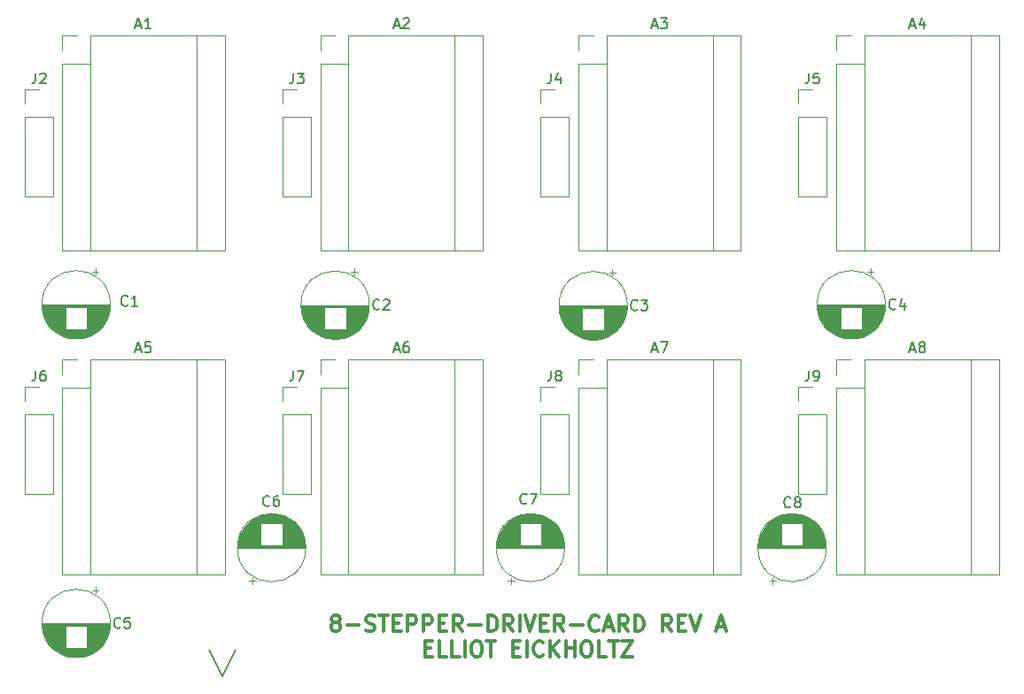
<source format=gto>
%TF.GenerationSoftware,KiCad,Pcbnew,(6.0.5)*%
%TF.CreationDate,2022-07-10T17:26:15-04:00*%
%TF.ProjectId,8-STEPPER-DRIVER-CARD,382d5354-4550-4504-9552-2d4452495645,rev?*%
%TF.SameCoordinates,Original*%
%TF.FileFunction,Legend,Top*%
%TF.FilePolarity,Positive*%
%FSLAX46Y46*%
G04 Gerber Fmt 4.6, Leading zero omitted, Abs format (unit mm)*
G04 Created by KiCad (PCBNEW (6.0.5)) date 2022-07-10 17:26:15*
%MOMM*%
%LPD*%
G01*
G04 APERTURE LIST*
%ADD10C,0.150000*%
%ADD11C,0.300000*%
%ADD12C,0.120000*%
%ADD13R,1.600000X1.600000*%
%ADD14C,1.600000*%
%ADD15O,1.600000X1.600000*%
%ADD16R,1.700000X1.700000*%
%ADD17O,1.700000X1.700000*%
G04 APERTURE END LIST*
D10*
X129540000Y-113030000D02*
X130810000Y-110490000D01*
X129540000Y-113030000D02*
X128270000Y-110490000D01*
D11*
X140250000Y-107833928D02*
X140107142Y-107762500D01*
X140035714Y-107691071D01*
X139964285Y-107548214D01*
X139964285Y-107476785D01*
X140035714Y-107333928D01*
X140107142Y-107262500D01*
X140250000Y-107191071D01*
X140535714Y-107191071D01*
X140678571Y-107262500D01*
X140750000Y-107333928D01*
X140821428Y-107476785D01*
X140821428Y-107548214D01*
X140750000Y-107691071D01*
X140678571Y-107762500D01*
X140535714Y-107833928D01*
X140250000Y-107833928D01*
X140107142Y-107905357D01*
X140035714Y-107976785D01*
X139964285Y-108119642D01*
X139964285Y-108405357D01*
X140035714Y-108548214D01*
X140107142Y-108619642D01*
X140250000Y-108691071D01*
X140535714Y-108691071D01*
X140678571Y-108619642D01*
X140750000Y-108548214D01*
X140821428Y-108405357D01*
X140821428Y-108119642D01*
X140750000Y-107976785D01*
X140678571Y-107905357D01*
X140535714Y-107833928D01*
X141464285Y-108119642D02*
X142607142Y-108119642D01*
X143250000Y-108619642D02*
X143464285Y-108691071D01*
X143821428Y-108691071D01*
X143964285Y-108619642D01*
X144035714Y-108548214D01*
X144107142Y-108405357D01*
X144107142Y-108262500D01*
X144035714Y-108119642D01*
X143964285Y-108048214D01*
X143821428Y-107976785D01*
X143535714Y-107905357D01*
X143392857Y-107833928D01*
X143321428Y-107762500D01*
X143250000Y-107619642D01*
X143250000Y-107476785D01*
X143321428Y-107333928D01*
X143392857Y-107262500D01*
X143535714Y-107191071D01*
X143892857Y-107191071D01*
X144107142Y-107262500D01*
X144535714Y-107191071D02*
X145392857Y-107191071D01*
X144964285Y-108691071D02*
X144964285Y-107191071D01*
X145892857Y-107905357D02*
X146392857Y-107905357D01*
X146607142Y-108691071D02*
X145892857Y-108691071D01*
X145892857Y-107191071D01*
X146607142Y-107191071D01*
X147250000Y-108691071D02*
X147250000Y-107191071D01*
X147821428Y-107191071D01*
X147964285Y-107262500D01*
X148035714Y-107333928D01*
X148107142Y-107476785D01*
X148107142Y-107691071D01*
X148035714Y-107833928D01*
X147964285Y-107905357D01*
X147821428Y-107976785D01*
X147250000Y-107976785D01*
X148750000Y-108691071D02*
X148750000Y-107191071D01*
X149321428Y-107191071D01*
X149464285Y-107262500D01*
X149535714Y-107333928D01*
X149607142Y-107476785D01*
X149607142Y-107691071D01*
X149535714Y-107833928D01*
X149464285Y-107905357D01*
X149321428Y-107976785D01*
X148750000Y-107976785D01*
X150250000Y-107905357D02*
X150750000Y-107905357D01*
X150964285Y-108691071D02*
X150250000Y-108691071D01*
X150250000Y-107191071D01*
X150964285Y-107191071D01*
X152464285Y-108691071D02*
X151964285Y-107976785D01*
X151607142Y-108691071D02*
X151607142Y-107191071D01*
X152178571Y-107191071D01*
X152321428Y-107262500D01*
X152392857Y-107333928D01*
X152464285Y-107476785D01*
X152464285Y-107691071D01*
X152392857Y-107833928D01*
X152321428Y-107905357D01*
X152178571Y-107976785D01*
X151607142Y-107976785D01*
X153107142Y-108119642D02*
X154250000Y-108119642D01*
X154964285Y-108691071D02*
X154964285Y-107191071D01*
X155321428Y-107191071D01*
X155535714Y-107262500D01*
X155678571Y-107405357D01*
X155750000Y-107548214D01*
X155821428Y-107833928D01*
X155821428Y-108048214D01*
X155750000Y-108333928D01*
X155678571Y-108476785D01*
X155535714Y-108619642D01*
X155321428Y-108691071D01*
X154964285Y-108691071D01*
X157321428Y-108691071D02*
X156821428Y-107976785D01*
X156464285Y-108691071D02*
X156464285Y-107191071D01*
X157035714Y-107191071D01*
X157178571Y-107262500D01*
X157250000Y-107333928D01*
X157321428Y-107476785D01*
X157321428Y-107691071D01*
X157250000Y-107833928D01*
X157178571Y-107905357D01*
X157035714Y-107976785D01*
X156464285Y-107976785D01*
X157964285Y-108691071D02*
X157964285Y-107191071D01*
X158464285Y-107191071D02*
X158964285Y-108691071D01*
X159464285Y-107191071D01*
X159964285Y-107905357D02*
X160464285Y-107905357D01*
X160678571Y-108691071D02*
X159964285Y-108691071D01*
X159964285Y-107191071D01*
X160678571Y-107191071D01*
X162178571Y-108691071D02*
X161678571Y-107976785D01*
X161321428Y-108691071D02*
X161321428Y-107191071D01*
X161892857Y-107191071D01*
X162035714Y-107262500D01*
X162107142Y-107333928D01*
X162178571Y-107476785D01*
X162178571Y-107691071D01*
X162107142Y-107833928D01*
X162035714Y-107905357D01*
X161892857Y-107976785D01*
X161321428Y-107976785D01*
X162821428Y-108119642D02*
X163964285Y-108119642D01*
X165535714Y-108548214D02*
X165464285Y-108619642D01*
X165250000Y-108691071D01*
X165107142Y-108691071D01*
X164892857Y-108619642D01*
X164750000Y-108476785D01*
X164678571Y-108333928D01*
X164607142Y-108048214D01*
X164607142Y-107833928D01*
X164678571Y-107548214D01*
X164750000Y-107405357D01*
X164892857Y-107262500D01*
X165107142Y-107191071D01*
X165250000Y-107191071D01*
X165464285Y-107262500D01*
X165535714Y-107333928D01*
X166107142Y-108262500D02*
X166821428Y-108262500D01*
X165964285Y-108691071D02*
X166464285Y-107191071D01*
X166964285Y-108691071D01*
X168321428Y-108691071D02*
X167821428Y-107976785D01*
X167464285Y-108691071D02*
X167464285Y-107191071D01*
X168035714Y-107191071D01*
X168178571Y-107262500D01*
X168250000Y-107333928D01*
X168321428Y-107476785D01*
X168321428Y-107691071D01*
X168250000Y-107833928D01*
X168178571Y-107905357D01*
X168035714Y-107976785D01*
X167464285Y-107976785D01*
X168964285Y-108691071D02*
X168964285Y-107191071D01*
X169321428Y-107191071D01*
X169535714Y-107262500D01*
X169678571Y-107405357D01*
X169750000Y-107548214D01*
X169821428Y-107833928D01*
X169821428Y-108048214D01*
X169750000Y-108333928D01*
X169678571Y-108476785D01*
X169535714Y-108619642D01*
X169321428Y-108691071D01*
X168964285Y-108691071D01*
X172464285Y-108691071D02*
X171964285Y-107976785D01*
X171607142Y-108691071D02*
X171607142Y-107191071D01*
X172178571Y-107191071D01*
X172321428Y-107262500D01*
X172392857Y-107333928D01*
X172464285Y-107476785D01*
X172464285Y-107691071D01*
X172392857Y-107833928D01*
X172321428Y-107905357D01*
X172178571Y-107976785D01*
X171607142Y-107976785D01*
X173107142Y-107905357D02*
X173607142Y-107905357D01*
X173821428Y-108691071D02*
X173107142Y-108691071D01*
X173107142Y-107191071D01*
X173821428Y-107191071D01*
X174250000Y-107191071D02*
X174750000Y-108691071D01*
X175250000Y-107191071D01*
X176821428Y-108262500D02*
X177535714Y-108262500D01*
X176678571Y-108691071D02*
X177178571Y-107191071D01*
X177678571Y-108691071D01*
X148928571Y-110320357D02*
X149428571Y-110320357D01*
X149642857Y-111106071D02*
X148928571Y-111106071D01*
X148928571Y-109606071D01*
X149642857Y-109606071D01*
X151000000Y-111106071D02*
X150285714Y-111106071D01*
X150285714Y-109606071D01*
X152214285Y-111106071D02*
X151500000Y-111106071D01*
X151500000Y-109606071D01*
X152714285Y-111106071D02*
X152714285Y-109606071D01*
X153714285Y-109606071D02*
X154000000Y-109606071D01*
X154142857Y-109677500D01*
X154285714Y-109820357D01*
X154357142Y-110106071D01*
X154357142Y-110606071D01*
X154285714Y-110891785D01*
X154142857Y-111034642D01*
X154000000Y-111106071D01*
X153714285Y-111106071D01*
X153571428Y-111034642D01*
X153428571Y-110891785D01*
X153357142Y-110606071D01*
X153357142Y-110106071D01*
X153428571Y-109820357D01*
X153571428Y-109677500D01*
X153714285Y-109606071D01*
X154785714Y-109606071D02*
X155642857Y-109606071D01*
X155214285Y-111106071D02*
X155214285Y-109606071D01*
X157285714Y-110320357D02*
X157785714Y-110320357D01*
X158000000Y-111106071D02*
X157285714Y-111106071D01*
X157285714Y-109606071D01*
X158000000Y-109606071D01*
X158642857Y-111106071D02*
X158642857Y-109606071D01*
X160214285Y-110963214D02*
X160142857Y-111034642D01*
X159928571Y-111106071D01*
X159785714Y-111106071D01*
X159571428Y-111034642D01*
X159428571Y-110891785D01*
X159357142Y-110748928D01*
X159285714Y-110463214D01*
X159285714Y-110248928D01*
X159357142Y-109963214D01*
X159428571Y-109820357D01*
X159571428Y-109677500D01*
X159785714Y-109606071D01*
X159928571Y-109606071D01*
X160142857Y-109677500D01*
X160214285Y-109748928D01*
X160857142Y-111106071D02*
X160857142Y-109606071D01*
X161714285Y-111106071D02*
X161071428Y-110248928D01*
X161714285Y-109606071D02*
X160857142Y-110463214D01*
X162357142Y-111106071D02*
X162357142Y-109606071D01*
X162357142Y-110320357D02*
X163214285Y-110320357D01*
X163214285Y-111106071D02*
X163214285Y-109606071D01*
X164214285Y-109606071D02*
X164500000Y-109606071D01*
X164642857Y-109677500D01*
X164785714Y-109820357D01*
X164857142Y-110106071D01*
X164857142Y-110606071D01*
X164785714Y-110891785D01*
X164642857Y-111034642D01*
X164500000Y-111106071D01*
X164214285Y-111106071D01*
X164071428Y-111034642D01*
X163928571Y-110891785D01*
X163857142Y-110606071D01*
X163857142Y-110106071D01*
X163928571Y-109820357D01*
X164071428Y-109677500D01*
X164214285Y-109606071D01*
X166214285Y-111106071D02*
X165500000Y-111106071D01*
X165500000Y-109606071D01*
X166500000Y-109606071D02*
X167357142Y-109606071D01*
X166928571Y-111106071D02*
X166928571Y-109606071D01*
X167714285Y-109606071D02*
X168714285Y-109606071D01*
X167714285Y-111106071D01*
X168714285Y-111106071D01*
D10*
X134046933Y-96623142D02*
X133999314Y-96670761D01*
X133856457Y-96718380D01*
X133761219Y-96718380D01*
X133618361Y-96670761D01*
X133523123Y-96575523D01*
X133475504Y-96480285D01*
X133427885Y-96289809D01*
X133427885Y-96146952D01*
X133475504Y-95956476D01*
X133523123Y-95861238D01*
X133618361Y-95766000D01*
X133761219Y-95718380D01*
X133856457Y-95718380D01*
X133999314Y-95766000D01*
X134046933Y-95813619D01*
X134904076Y-95718380D02*
X134713600Y-95718380D01*
X134618361Y-95766000D01*
X134570742Y-95813619D01*
X134475504Y-95956476D01*
X134427885Y-96146952D01*
X134427885Y-96527904D01*
X134475504Y-96623142D01*
X134523123Y-96670761D01*
X134618361Y-96718380D01*
X134808838Y-96718380D01*
X134904076Y-96670761D01*
X134951695Y-96623142D01*
X134999314Y-96527904D01*
X134999314Y-96289809D01*
X134951695Y-96194571D01*
X134904076Y-96146952D01*
X134808838Y-96099333D01*
X134618361Y-96099333D01*
X134523123Y-96146952D01*
X134475504Y-96194571D01*
X134427885Y-96289809D01*
X195295714Y-81736666D02*
X195771904Y-81736666D01*
X195200476Y-82022380D02*
X195533809Y-81022380D01*
X195867142Y-82022380D01*
X196343333Y-81450952D02*
X196248095Y-81403333D01*
X196200476Y-81355714D01*
X196152857Y-81260476D01*
X196152857Y-81212857D01*
X196200476Y-81117619D01*
X196248095Y-81070000D01*
X196343333Y-81022380D01*
X196533809Y-81022380D01*
X196629047Y-81070000D01*
X196676666Y-81117619D01*
X196724285Y-81212857D01*
X196724285Y-81260476D01*
X196676666Y-81355714D01*
X196629047Y-81403333D01*
X196533809Y-81450952D01*
X196343333Y-81450952D01*
X196248095Y-81498571D01*
X196200476Y-81546190D01*
X196152857Y-81641428D01*
X196152857Y-81831904D01*
X196200476Y-81927142D01*
X196248095Y-81974761D01*
X196343333Y-82022380D01*
X196533809Y-82022380D01*
X196629047Y-81974761D01*
X196676666Y-81927142D01*
X196724285Y-81831904D01*
X196724285Y-81641428D01*
X196676666Y-81546190D01*
X196629047Y-81498571D01*
X196533809Y-81450952D01*
X170629046Y-81736666D02*
X171105236Y-81736666D01*
X170533808Y-82022380D02*
X170867141Y-81022380D01*
X171200474Y-82022380D01*
X171438570Y-81022380D02*
X172105236Y-81022380D01*
X171676665Y-82022380D01*
X170629046Y-50736666D02*
X171105236Y-50736666D01*
X170533808Y-51022380D02*
X170867141Y-50022380D01*
X171200474Y-51022380D01*
X171438570Y-50022380D02*
X172057617Y-50022380D01*
X171724284Y-50403333D01*
X171867141Y-50403333D01*
X171962379Y-50450952D01*
X172009998Y-50498571D01*
X172057617Y-50593809D01*
X172057617Y-50831904D01*
X172009998Y-50927142D01*
X171962379Y-50974761D01*
X171867141Y-51022380D01*
X171581427Y-51022380D01*
X171486189Y-50974761D01*
X171438570Y-50927142D01*
X111680666Y-83746380D02*
X111680666Y-84460666D01*
X111633047Y-84603523D01*
X111537809Y-84698761D01*
X111394952Y-84746380D01*
X111299714Y-84746380D01*
X112585428Y-83746380D02*
X112394952Y-83746380D01*
X112299714Y-83794000D01*
X112252095Y-83841619D01*
X112156857Y-83984476D01*
X112109238Y-84174952D01*
X112109238Y-84555904D01*
X112156857Y-84651142D01*
X112204476Y-84698761D01*
X112299714Y-84746380D01*
X112490190Y-84746380D01*
X112585428Y-84698761D01*
X112633047Y-84651142D01*
X112680666Y-84555904D01*
X112680666Y-84317809D01*
X112633047Y-84222571D01*
X112585428Y-84174952D01*
X112490190Y-84127333D01*
X112299714Y-84127333D01*
X112204476Y-84174952D01*
X112156857Y-84222571D01*
X112109238Y-84317809D01*
X145962380Y-50736666D02*
X146438570Y-50736666D01*
X145867142Y-51022380D02*
X146200475Y-50022380D01*
X146533808Y-51022380D01*
X146819523Y-50117619D02*
X146867142Y-50070000D01*
X146962380Y-50022380D01*
X147200475Y-50022380D01*
X147295713Y-50070000D01*
X147343332Y-50117619D01*
X147390951Y-50212857D01*
X147390951Y-50308095D01*
X147343332Y-50450952D01*
X146771904Y-51022380D01*
X147390951Y-51022380D01*
X158634133Y-96419942D02*
X158586514Y-96467561D01*
X158443657Y-96515180D01*
X158348419Y-96515180D01*
X158205561Y-96467561D01*
X158110323Y-96372323D01*
X158062704Y-96277085D01*
X158015085Y-96086609D01*
X158015085Y-95943752D01*
X158062704Y-95753276D01*
X158110323Y-95658038D01*
X158205561Y-95562800D01*
X158348419Y-95515180D01*
X158443657Y-95515180D01*
X158586514Y-95562800D01*
X158634133Y-95610419D01*
X158967466Y-95515180D02*
X159634133Y-95515180D01*
X159205561Y-96515180D01*
X144559999Y-77847142D02*
X144512380Y-77894761D01*
X144369523Y-77942380D01*
X144274285Y-77942380D01*
X144131427Y-77894761D01*
X144036189Y-77799523D01*
X143988570Y-77704285D01*
X143940951Y-77513809D01*
X143940951Y-77370952D01*
X143988570Y-77180476D01*
X144036189Y-77085238D01*
X144131427Y-76990000D01*
X144274285Y-76942380D01*
X144369523Y-76942380D01*
X144512380Y-76990000D01*
X144559999Y-77037619D01*
X144940951Y-77037619D02*
X144988570Y-76990000D01*
X145083808Y-76942380D01*
X145321904Y-76942380D01*
X145417142Y-76990000D01*
X145464761Y-77037619D01*
X145512380Y-77132857D01*
X145512380Y-77228095D01*
X145464761Y-77370952D01*
X144893332Y-77942380D01*
X145512380Y-77942380D01*
X121295714Y-50736666D02*
X121771904Y-50736666D01*
X121200476Y-51022380D02*
X121533809Y-50022380D01*
X121867142Y-51022380D01*
X122724285Y-51022380D02*
X122152857Y-51022380D01*
X122438571Y-51022380D02*
X122438571Y-50022380D01*
X122343333Y-50165238D01*
X122248095Y-50260476D01*
X122152857Y-50308095D01*
X119803333Y-108287142D02*
X119755714Y-108334761D01*
X119612857Y-108382380D01*
X119517619Y-108382380D01*
X119374761Y-108334761D01*
X119279523Y-108239523D01*
X119231904Y-108144285D01*
X119184285Y-107953809D01*
X119184285Y-107810952D01*
X119231904Y-107620476D01*
X119279523Y-107525238D01*
X119374761Y-107430000D01*
X119517619Y-107382380D01*
X119612857Y-107382380D01*
X119755714Y-107430000D01*
X119803333Y-107477619D01*
X120708095Y-107382380D02*
X120231904Y-107382380D01*
X120184285Y-107858571D01*
X120231904Y-107810952D01*
X120327142Y-107763333D01*
X120565238Y-107763333D01*
X120660476Y-107810952D01*
X120708095Y-107858571D01*
X120755714Y-107953809D01*
X120755714Y-108191904D01*
X120708095Y-108287142D01*
X120660476Y-108334761D01*
X120565238Y-108382380D01*
X120327142Y-108382380D01*
X120231904Y-108334761D01*
X120184285Y-108287142D01*
X185594666Y-83746380D02*
X185594666Y-84460666D01*
X185547047Y-84603523D01*
X185451809Y-84698761D01*
X185308952Y-84746380D01*
X185213714Y-84746380D01*
X186118476Y-84746380D02*
X186308952Y-84746380D01*
X186404190Y-84698761D01*
X186451809Y-84651142D01*
X186547047Y-84508285D01*
X186594666Y-84317809D01*
X186594666Y-83936857D01*
X186547047Y-83841619D01*
X186499428Y-83794000D01*
X186404190Y-83746380D01*
X186213714Y-83746380D01*
X186118476Y-83794000D01*
X186070857Y-83841619D01*
X186023238Y-83936857D01*
X186023238Y-84174952D01*
X186070857Y-84270190D01*
X186118476Y-84317809D01*
X186213714Y-84365428D01*
X186404190Y-84365428D01*
X186499428Y-84317809D01*
X186547047Y-84270190D01*
X186594666Y-84174952D01*
X160956666Y-83746380D02*
X160956666Y-84460666D01*
X160909047Y-84603523D01*
X160813809Y-84698761D01*
X160670952Y-84746380D01*
X160575714Y-84746380D01*
X161575714Y-84174952D02*
X161480476Y-84127333D01*
X161432857Y-84079714D01*
X161385238Y-83984476D01*
X161385238Y-83936857D01*
X161432857Y-83841619D01*
X161480476Y-83794000D01*
X161575714Y-83746380D01*
X161766190Y-83746380D01*
X161861428Y-83794000D01*
X161909047Y-83841619D01*
X161956666Y-83936857D01*
X161956666Y-83984476D01*
X161909047Y-84079714D01*
X161861428Y-84127333D01*
X161766190Y-84174952D01*
X161575714Y-84174952D01*
X161480476Y-84222571D01*
X161432857Y-84270190D01*
X161385238Y-84365428D01*
X161385238Y-84555904D01*
X161432857Y-84651142D01*
X161480476Y-84698761D01*
X161575714Y-84746380D01*
X161766190Y-84746380D01*
X161861428Y-84698761D01*
X161909047Y-84651142D01*
X161956666Y-84555904D01*
X161956666Y-84365428D01*
X161909047Y-84270190D01*
X161861428Y-84222571D01*
X161766190Y-84174952D01*
X111680666Y-55298380D02*
X111680666Y-56012666D01*
X111633047Y-56155523D01*
X111537809Y-56250761D01*
X111394952Y-56298380D01*
X111299714Y-56298380D01*
X112109238Y-55393619D02*
X112156857Y-55346000D01*
X112252095Y-55298380D01*
X112490190Y-55298380D01*
X112585428Y-55346000D01*
X112633047Y-55393619D01*
X112680666Y-55488857D01*
X112680666Y-55584095D01*
X112633047Y-55726952D01*
X112061619Y-56298380D01*
X112680666Y-56298380D01*
X120503333Y-77467142D02*
X120455714Y-77514761D01*
X120312857Y-77562380D01*
X120217619Y-77562380D01*
X120074761Y-77514761D01*
X119979523Y-77419523D01*
X119931904Y-77324285D01*
X119884285Y-77133809D01*
X119884285Y-76990952D01*
X119931904Y-76800476D01*
X119979523Y-76705238D01*
X120074761Y-76610000D01*
X120217619Y-76562380D01*
X120312857Y-76562380D01*
X120455714Y-76610000D01*
X120503333Y-76657619D01*
X121455714Y-77562380D02*
X120884285Y-77562380D01*
X121170000Y-77562380D02*
X121170000Y-76562380D01*
X121074761Y-76705238D01*
X120979523Y-76800476D01*
X120884285Y-76848095D01*
X145962380Y-81736666D02*
X146438570Y-81736666D01*
X145867142Y-82022380D02*
X146200475Y-81022380D01*
X146533808Y-82022380D01*
X147295713Y-81022380D02*
X147105237Y-81022380D01*
X147009999Y-81070000D01*
X146962380Y-81117619D01*
X146867142Y-81260476D01*
X146819523Y-81450952D01*
X146819523Y-81831904D01*
X146867142Y-81927142D01*
X146914761Y-81974761D01*
X147009999Y-82022380D01*
X147200475Y-82022380D01*
X147295713Y-81974761D01*
X147343332Y-81927142D01*
X147390951Y-81831904D01*
X147390951Y-81593809D01*
X147343332Y-81498571D01*
X147295713Y-81450952D01*
X147200475Y-81403333D01*
X147009999Y-81403333D01*
X146914761Y-81450952D01*
X146867142Y-81498571D01*
X146819523Y-81593809D01*
X185594666Y-55298380D02*
X185594666Y-56012666D01*
X185547047Y-56155523D01*
X185451809Y-56250761D01*
X185308952Y-56298380D01*
X185213714Y-56298380D01*
X186547047Y-55298380D02*
X186070857Y-55298380D01*
X186023238Y-55774571D01*
X186070857Y-55726952D01*
X186166095Y-55679333D01*
X186404190Y-55679333D01*
X186499428Y-55726952D01*
X186547047Y-55774571D01*
X186594666Y-55869809D01*
X186594666Y-56107904D01*
X186547047Y-56203142D01*
X186499428Y-56250761D01*
X186404190Y-56298380D01*
X186166095Y-56298380D01*
X186070857Y-56250761D01*
X186023238Y-56203142D01*
X136318666Y-55298380D02*
X136318666Y-56012666D01*
X136271047Y-56155523D01*
X136175809Y-56250761D01*
X136032952Y-56298380D01*
X135937714Y-56298380D01*
X136699619Y-55298380D02*
X137318666Y-55298380D01*
X136985333Y-55679333D01*
X137128190Y-55679333D01*
X137223428Y-55726952D01*
X137271047Y-55774571D01*
X137318666Y-55869809D01*
X137318666Y-56107904D01*
X137271047Y-56203142D01*
X137223428Y-56250761D01*
X137128190Y-56298380D01*
X136842476Y-56298380D01*
X136747238Y-56250761D01*
X136699619Y-56203142D01*
X195295714Y-50736666D02*
X195771904Y-50736666D01*
X195200476Y-51022380D02*
X195533809Y-50022380D01*
X195867142Y-51022380D01*
X196629047Y-50355714D02*
X196629047Y-51022380D01*
X196390952Y-49974761D02*
X196152857Y-50689047D01*
X196771904Y-50689047D01*
X193893333Y-77807142D02*
X193845714Y-77854761D01*
X193702857Y-77902380D01*
X193607619Y-77902380D01*
X193464761Y-77854761D01*
X193369523Y-77759523D01*
X193321904Y-77664285D01*
X193274285Y-77473809D01*
X193274285Y-77330952D01*
X193321904Y-77140476D01*
X193369523Y-77045238D01*
X193464761Y-76950000D01*
X193607619Y-76902380D01*
X193702857Y-76902380D01*
X193845714Y-76950000D01*
X193893333Y-76997619D01*
X194750476Y-77235714D02*
X194750476Y-77902380D01*
X194512380Y-76854761D02*
X194274285Y-77569047D01*
X194893333Y-77569047D01*
X136318666Y-83746380D02*
X136318666Y-84460666D01*
X136271047Y-84603523D01*
X136175809Y-84698761D01*
X136032952Y-84746380D01*
X135937714Y-84746380D01*
X136699619Y-83746380D02*
X137366285Y-83746380D01*
X136937714Y-84746380D01*
X183856333Y-96750142D02*
X183808714Y-96797761D01*
X183665857Y-96845380D01*
X183570619Y-96845380D01*
X183427761Y-96797761D01*
X183332523Y-96702523D01*
X183284904Y-96607285D01*
X183237285Y-96416809D01*
X183237285Y-96273952D01*
X183284904Y-96083476D01*
X183332523Y-95988238D01*
X183427761Y-95893000D01*
X183570619Y-95845380D01*
X183665857Y-95845380D01*
X183808714Y-95893000D01*
X183856333Y-95940619D01*
X184427761Y-96273952D02*
X184332523Y-96226333D01*
X184284904Y-96178714D01*
X184237285Y-96083476D01*
X184237285Y-96035857D01*
X184284904Y-95940619D01*
X184332523Y-95893000D01*
X184427761Y-95845380D01*
X184618238Y-95845380D01*
X184713476Y-95893000D01*
X184761095Y-95940619D01*
X184808714Y-96035857D01*
X184808714Y-96083476D01*
X184761095Y-96178714D01*
X184713476Y-96226333D01*
X184618238Y-96273952D01*
X184427761Y-96273952D01*
X184332523Y-96321571D01*
X184284904Y-96369190D01*
X184237285Y-96464428D01*
X184237285Y-96654904D01*
X184284904Y-96750142D01*
X184332523Y-96797761D01*
X184427761Y-96845380D01*
X184618238Y-96845380D01*
X184713476Y-96797761D01*
X184761095Y-96750142D01*
X184808714Y-96654904D01*
X184808714Y-96464428D01*
X184761095Y-96369190D01*
X184713476Y-96321571D01*
X184618238Y-96273952D01*
X160956666Y-55298380D02*
X160956666Y-56012666D01*
X160909047Y-56155523D01*
X160813809Y-56250761D01*
X160670952Y-56298380D01*
X160575714Y-56298380D01*
X161861428Y-55631714D02*
X161861428Y-56298380D01*
X161623333Y-55250761D02*
X161385238Y-55965047D01*
X162004285Y-55965047D01*
X169226665Y-77894763D02*
X169179046Y-77942382D01*
X169036189Y-77990001D01*
X168940951Y-77990001D01*
X168798093Y-77942382D01*
X168702855Y-77847144D01*
X168655236Y-77751906D01*
X168607617Y-77561430D01*
X168607617Y-77418573D01*
X168655236Y-77228097D01*
X168702855Y-77132859D01*
X168798093Y-77037621D01*
X168940951Y-76990001D01*
X169036189Y-76990001D01*
X169179046Y-77037621D01*
X169226665Y-77085240D01*
X169559998Y-76990001D02*
X170179046Y-76990001D01*
X169845712Y-77370954D01*
X169988570Y-77370954D01*
X170083808Y-77418573D01*
X170131427Y-77466192D01*
X170179046Y-77561430D01*
X170179046Y-77799525D01*
X170131427Y-77894763D01*
X170083808Y-77942382D01*
X169988570Y-77990001D01*
X169702855Y-77990001D01*
X169607617Y-77942382D01*
X169559998Y-77894763D01*
X121295714Y-81736666D02*
X121771904Y-81736666D01*
X121200476Y-82022380D02*
X121533809Y-81022380D01*
X121867142Y-82022380D01*
X122676666Y-81022380D02*
X122200476Y-81022380D01*
X122152857Y-81498571D01*
X122200476Y-81450952D01*
X122295714Y-81403333D01*
X122533809Y-81403333D01*
X122629047Y-81450952D01*
X122676666Y-81498571D01*
X122724285Y-81593809D01*
X122724285Y-81831904D01*
X122676666Y-81927142D01*
X122629047Y-81974761D01*
X122533809Y-82022380D01*
X122295714Y-82022380D01*
X122200476Y-81974761D01*
X122152857Y-81927142D01*
D12*
X135290000Y-98681380D02*
X136798000Y-98681380D01*
X131534000Y-98921380D02*
X133210000Y-98921380D01*
X131416000Y-99121380D02*
X133210000Y-99121380D01*
X131702000Y-98681380D02*
X133210000Y-98681380D01*
X135290000Y-98761380D02*
X136857000Y-98761380D01*
X135290000Y-100042380D02*
X137417000Y-100042380D01*
X133191000Y-97601380D02*
X135309000Y-97601380D01*
X135290000Y-98601380D02*
X136734000Y-98601380D01*
X131298000Y-99361380D02*
X133210000Y-99361380D01*
X135290000Y-98841380D02*
X136914000Y-98841380D01*
X133085000Y-97641380D02*
X135415000Y-97641380D01*
X135290000Y-99281380D02*
X137166000Y-99281380D01*
X135290000Y-98561380D02*
X136700000Y-98561380D01*
X135290000Y-100402380D02*
X137468000Y-100402380D01*
X135290000Y-98801380D02*
X136886000Y-98801380D01*
X131734000Y-98641380D02*
X133210000Y-98641380D01*
X133617000Y-97481380D02*
X134883000Y-97481380D01*
X131061000Y-100162380D02*
X133210000Y-100162380D01*
X131614000Y-98801380D02*
X133210000Y-98801380D01*
X131438000Y-99081380D02*
X133210000Y-99081380D01*
X131354000Y-99241380D02*
X133210000Y-99241380D01*
X135290000Y-99801380D02*
X137360000Y-99801380D01*
X131870000Y-98481380D02*
X133210000Y-98481380D01*
X131316000Y-99321380D02*
X133210000Y-99321380D01*
X133310000Y-97561380D02*
X135190000Y-97561380D01*
X135290000Y-99881380D02*
X137381000Y-99881380D01*
X131068000Y-100122380D02*
X133210000Y-100122380D01*
X132113000Y-98241380D02*
X136387000Y-98241380D01*
X131484000Y-99001380D02*
X133210000Y-99001380D01*
X132306000Y-98081380D02*
X136194000Y-98081380D01*
X132360000Y-98041380D02*
X136140000Y-98041380D01*
X131049000Y-100242380D02*
X133210000Y-100242380D01*
X131028000Y-100442380D02*
X133210000Y-100442380D01*
X131248000Y-99481380D02*
X133210000Y-99481380D01*
X131586000Y-98841380D02*
X133210000Y-98841380D01*
X132600000Y-97881380D02*
X135900000Y-97881380D01*
X135290000Y-99681380D02*
X137324000Y-99681380D01*
X131129000Y-99841380D02*
X133210000Y-99841380D01*
X135290000Y-98881380D02*
X136940000Y-98881380D01*
X132900000Y-97721380D02*
X135600000Y-97721380D01*
X131280000Y-99401380D02*
X133210000Y-99401380D01*
X135290000Y-100202380D02*
X137445000Y-100202380D01*
X135290000Y-99081380D02*
X137062000Y-99081380D01*
X131374000Y-99201380D02*
X133210000Y-99201380D01*
X131020000Y-100642380D02*
X137480000Y-100642380D01*
X131264000Y-99441380D02*
X133210000Y-99441380D01*
X132669000Y-97841380D02*
X135831000Y-97841380D01*
X131055000Y-100202380D02*
X133210000Y-100202380D01*
X135290000Y-98641380D02*
X136766000Y-98641380D01*
X135290000Y-99521380D02*
X137268000Y-99521380D01*
X135290000Y-98921380D02*
X136966000Y-98921380D01*
X131834000Y-98521380D02*
X133210000Y-98521380D01*
X131023000Y-100522380D02*
X137477000Y-100522380D01*
X131176000Y-99681380D02*
X133210000Y-99681380D01*
X132255000Y-98121380D02*
X136245000Y-98121380D01*
X131189000Y-99641380D02*
X133210000Y-99641380D01*
X135290000Y-100442380D02*
X137472000Y-100442380D01*
X135290000Y-100002380D02*
X137409000Y-100002380D01*
X131945000Y-98401380D02*
X133210000Y-98401380D01*
X132988000Y-97681380D02*
X135512000Y-97681380D01*
X135290000Y-99401380D02*
X137220000Y-99401380D01*
X135290000Y-99641380D02*
X137311000Y-99641380D01*
X131164000Y-99721380D02*
X133210000Y-99721380D01*
X131032000Y-100402380D02*
X133210000Y-100402380D01*
X132416000Y-98001380D02*
X136084000Y-98001380D01*
X132026000Y-98321380D02*
X136474000Y-98321380D01*
X131560000Y-98881380D02*
X133210000Y-98881380D01*
X132818000Y-97761380D02*
X135682000Y-97761380D01*
X135290000Y-98721380D02*
X136828000Y-98721380D01*
X131100000Y-99961380D02*
X133210000Y-99961380D01*
X135290000Y-99601380D02*
X137297000Y-99601380D01*
X135290000Y-99721380D02*
X137336000Y-99721380D01*
X135290000Y-99161380D02*
X137106000Y-99161380D01*
X131109000Y-99921380D02*
X133210000Y-99921380D01*
X132096000Y-103867621D02*
X132726000Y-103867621D01*
X135290000Y-98481380D02*
X136630000Y-98481380D01*
X131766000Y-98601380D02*
X133210000Y-98601380D01*
X135290000Y-99761380D02*
X137348000Y-99761380D01*
X131232000Y-99521380D02*
X133210000Y-99521380D01*
X131152000Y-99761380D02*
X133210000Y-99761380D01*
X135290000Y-98401380D02*
X136555000Y-98401380D01*
X135290000Y-99481380D02*
X137252000Y-99481380D01*
X135290000Y-99361380D02*
X137202000Y-99361380D01*
X132206000Y-98161380D02*
X136294000Y-98161380D01*
X135290000Y-100242380D02*
X137451000Y-100242380D01*
X135290000Y-98961380D02*
X136992000Y-98961380D01*
X135290000Y-100322380D02*
X137461000Y-100322380D01*
X131643000Y-98761380D02*
X133210000Y-98761380D01*
X131985000Y-98361380D02*
X136515000Y-98361380D01*
X135290000Y-99201380D02*
X137126000Y-99201380D01*
X131035000Y-100362380D02*
X133210000Y-100362380D01*
X131217000Y-99561380D02*
X133210000Y-99561380D01*
X135290000Y-100362380D02*
X137465000Y-100362380D01*
X131672000Y-98721380D02*
X133210000Y-98721380D01*
X131020000Y-100602380D02*
X137480000Y-100602380D01*
X135290000Y-99841380D02*
X137371000Y-99841380D01*
X135290000Y-99121380D02*
X137084000Y-99121380D01*
X135290000Y-98441380D02*
X136593000Y-98441380D01*
X135290000Y-98521380D02*
X136666000Y-98521380D01*
X131091000Y-100002380D02*
X133210000Y-100002380D01*
X135290000Y-100162380D02*
X137439000Y-100162380D01*
X135290000Y-99001380D02*
X137016000Y-99001380D01*
X131075000Y-100082380D02*
X133210000Y-100082380D01*
X135290000Y-99321380D02*
X137184000Y-99321380D01*
X131334000Y-99281380D02*
X133210000Y-99281380D01*
X132741000Y-97801380D02*
X135759000Y-97801380D01*
X131460000Y-99041380D02*
X133210000Y-99041380D01*
X131020000Y-100682380D02*
X137480000Y-100682380D01*
X135290000Y-99041380D02*
X137040000Y-99041380D01*
X131203000Y-99601380D02*
X133210000Y-99601380D01*
X131026000Y-100482380D02*
X137474000Y-100482380D01*
X131083000Y-100042380D02*
X133210000Y-100042380D01*
X132068000Y-98281380D02*
X136432000Y-98281380D01*
X131044000Y-100282380D02*
X133210000Y-100282380D01*
X131394000Y-99161380D02*
X133210000Y-99161380D01*
X135290000Y-100122380D02*
X137432000Y-100122380D01*
X132411000Y-104182621D02*
X132411000Y-103552621D01*
X135290000Y-99961380D02*
X137400000Y-99961380D01*
X131119000Y-99881380D02*
X133210000Y-99881380D01*
X135290000Y-99441380D02*
X137236000Y-99441380D01*
X132536000Y-97921380D02*
X135964000Y-97921380D01*
X132158000Y-98201380D02*
X136342000Y-98201380D01*
X135290000Y-99561380D02*
X137283000Y-99561380D01*
X131508000Y-98961380D02*
X133210000Y-98961380D01*
X131140000Y-99801380D02*
X133210000Y-99801380D01*
X132474000Y-97961380D02*
X136026000Y-97961380D01*
X131800000Y-98561380D02*
X133210000Y-98561380D01*
X131907000Y-98441380D02*
X133210000Y-98441380D01*
X135290000Y-99921380D02*
X137391000Y-99921380D01*
X135290000Y-100282380D02*
X137456000Y-100282380D01*
X131039000Y-100322380D02*
X133210000Y-100322380D01*
X133848000Y-97441380D02*
X134652000Y-97441380D01*
X135290000Y-100082380D02*
X137425000Y-100082380D01*
X131022000Y-100562380D02*
X137478000Y-100562380D01*
X135290000Y-99241380D02*
X137146000Y-99241380D01*
X133448000Y-97521380D02*
X135052000Y-97521380D01*
X137520000Y-100682380D02*
G75*
G03*
X137520000Y-100682380I-3270000J0D01*
G01*
X203760000Y-82710000D02*
X190930000Y-82710000D01*
X190930000Y-82710000D02*
X190930000Y-85380000D01*
X190930000Y-85380000D02*
X188260000Y-85380000D01*
X189660000Y-82710000D02*
X188260000Y-82710000D01*
X188260000Y-82710000D02*
X188260000Y-84110000D01*
X201090000Y-82710000D02*
X201090000Y-103290000D01*
X188260000Y-103290000D02*
X203760000Y-103290000D01*
X188260000Y-85380000D02*
X188260000Y-103290000D01*
X190930000Y-85380000D02*
X190930000Y-103290000D01*
X203760000Y-103290000D02*
X203760000Y-82710000D01*
X166263332Y-85380000D02*
X166263332Y-103290000D01*
X166263332Y-82710000D02*
X166263332Y-85380000D01*
X166263332Y-85380000D02*
X163593332Y-85380000D01*
X163593332Y-82710000D02*
X163593332Y-84110000D01*
X179093332Y-82710000D02*
X166263332Y-82710000D01*
X164993332Y-82710000D02*
X163593332Y-82710000D01*
X176423332Y-82710000D02*
X176423332Y-103290000D01*
X163593332Y-85380000D02*
X163593332Y-103290000D01*
X179093332Y-103290000D02*
X179093332Y-82710000D01*
X163593332Y-103290000D02*
X179093332Y-103290000D01*
X166263332Y-54380000D02*
X166263332Y-72290000D01*
X163593332Y-54380000D02*
X163593332Y-72290000D01*
X176423332Y-51710000D02*
X176423332Y-72290000D01*
X179093332Y-72290000D02*
X179093332Y-51710000D01*
X166263332Y-51710000D02*
X166263332Y-54380000D01*
X163593332Y-72290000D02*
X179093332Y-72290000D01*
X166263332Y-54380000D02*
X163593332Y-54380000D01*
X164993332Y-51710000D02*
X163593332Y-51710000D01*
X179093332Y-51710000D02*
X166263332Y-51710000D01*
X163593332Y-51710000D02*
X163593332Y-53110000D01*
X110684000Y-95574000D02*
X113344000Y-95574000D01*
X110684000Y-85294000D02*
X112014000Y-85294000D01*
X110684000Y-86624000D02*
X110684000Y-85294000D01*
X113344000Y-87894000D02*
X113344000Y-95574000D01*
X110684000Y-87894000D02*
X110684000Y-95574000D01*
X110684000Y-87894000D02*
X113344000Y-87894000D01*
X140326666Y-51710000D02*
X138926666Y-51710000D01*
X151756666Y-51710000D02*
X151756666Y-72290000D01*
X154426666Y-72290000D02*
X154426666Y-51710000D01*
X154426666Y-51710000D02*
X141596666Y-51710000D01*
X141596666Y-54380000D02*
X141596666Y-72290000D01*
X141596666Y-51710000D02*
X141596666Y-54380000D01*
X141596666Y-54380000D02*
X138926666Y-54380000D01*
X138926666Y-54380000D02*
X138926666Y-72290000D01*
X138926666Y-51710000D02*
X138926666Y-53110000D01*
X138926666Y-72290000D02*
X154426666Y-72290000D01*
X156258000Y-98961380D02*
X157960000Y-98961380D01*
X156124000Y-99201380D02*
X157960000Y-99201380D01*
X155772000Y-100562380D02*
X162228000Y-100562380D01*
X160040000Y-100362380D02*
X162215000Y-100362380D01*
X160040000Y-98641380D02*
X161516000Y-98641380D01*
X160040000Y-100202380D02*
X162195000Y-100202380D01*
X158198000Y-97521380D02*
X159802000Y-97521380D01*
X160040000Y-99601380D02*
X162047000Y-99601380D01*
X155953000Y-99601380D02*
X157960000Y-99601380D01*
X156695000Y-98401380D02*
X157960000Y-98401380D01*
X155782000Y-100402380D02*
X157960000Y-100402380D01*
X155879000Y-99841380D02*
X157960000Y-99841380D01*
X160040000Y-98521380D02*
X161416000Y-98521380D01*
X155770000Y-100642380D02*
X162230000Y-100642380D01*
X157568000Y-97761380D02*
X160432000Y-97761380D01*
X156818000Y-98281380D02*
X161182000Y-98281380D01*
X156084000Y-99281380D02*
X157960000Y-99281380D01*
X156048000Y-99361380D02*
X157960000Y-99361380D01*
X156452000Y-98681380D02*
X157960000Y-98681380D01*
X156956000Y-98161380D02*
X161044000Y-98161380D01*
X160040000Y-98681380D02*
X161548000Y-98681380D01*
X155859000Y-99921380D02*
X157960000Y-99921380D01*
X160040000Y-99401380D02*
X161970000Y-99401380D01*
X156584000Y-98521380D02*
X157960000Y-98521380D01*
X160040000Y-99121380D02*
X161834000Y-99121380D01*
X156735000Y-98361380D02*
X161265000Y-98361380D01*
X160040000Y-100442380D02*
X162222000Y-100442380D01*
X160040000Y-99881380D02*
X162131000Y-99881380D01*
X156210000Y-99041380D02*
X157960000Y-99041380D01*
X160040000Y-99281380D02*
X161916000Y-99281380D01*
X160040000Y-99921380D02*
X162141000Y-99921380D01*
X160040000Y-99841380D02*
X162121000Y-99841380D01*
X156393000Y-98761380D02*
X157960000Y-98761380D01*
X160040000Y-99721380D02*
X162086000Y-99721380D01*
X160040000Y-99961380D02*
X162150000Y-99961380D01*
X155811000Y-100162380D02*
X157960000Y-100162380D01*
X160040000Y-100122380D02*
X162182000Y-100122380D01*
X156014000Y-99441380D02*
X157960000Y-99441380D01*
X158060000Y-97561380D02*
X159940000Y-97561380D01*
X155785000Y-100362380D02*
X157960000Y-100362380D01*
X157110000Y-98041380D02*
X160890000Y-98041380D01*
X160040000Y-100402380D02*
X162218000Y-100402380D01*
X155841000Y-100002380D02*
X157960000Y-100002380D01*
X160040000Y-99761380D02*
X162098000Y-99761380D01*
X156188000Y-99081380D02*
X157960000Y-99081380D01*
X157419000Y-97841380D02*
X160581000Y-97841380D01*
X160040000Y-99241380D02*
X161896000Y-99241380D01*
X156846000Y-103867621D02*
X157476000Y-103867621D01*
X155789000Y-100322380D02*
X157960000Y-100322380D01*
X156066000Y-99321380D02*
X157960000Y-99321380D01*
X157056000Y-98081380D02*
X160944000Y-98081380D01*
X160040000Y-98841380D02*
X161664000Y-98841380D01*
X160040000Y-99441380D02*
X161986000Y-99441380D01*
X160040000Y-99561380D02*
X162033000Y-99561380D01*
X160040000Y-98401380D02*
X161305000Y-98401380D01*
X155825000Y-100082380D02*
X157960000Y-100082380D01*
X155902000Y-99761380D02*
X157960000Y-99761380D01*
X160040000Y-100082380D02*
X162175000Y-100082380D01*
X160040000Y-99321380D02*
X161934000Y-99321380D01*
X157161000Y-104182621D02*
X157161000Y-103552621D01*
X155776000Y-100482380D02*
X162224000Y-100482380D01*
X155967000Y-99561380D02*
X157960000Y-99561380D01*
X160040000Y-100042380D02*
X162167000Y-100042380D01*
X160040000Y-99201380D02*
X161876000Y-99201380D01*
X160040000Y-98721380D02*
X161578000Y-98721380D01*
X157491000Y-97801380D02*
X160509000Y-97801380D01*
X157286000Y-97921380D02*
X160714000Y-97921380D01*
X160040000Y-98481380D02*
X161380000Y-98481380D01*
X156336000Y-98841380D02*
X157960000Y-98841380D01*
X160040000Y-99001380D02*
X161766000Y-99001380D01*
X156166000Y-99121380D02*
X157960000Y-99121380D01*
X158598000Y-97441380D02*
X159402000Y-97441380D01*
X160040000Y-99161380D02*
X161856000Y-99161380D01*
X157650000Y-97721380D02*
X160350000Y-97721380D01*
X155869000Y-99881380D02*
X157960000Y-99881380D01*
X156620000Y-98481380D02*
X157960000Y-98481380D01*
X156422000Y-98721380D02*
X157960000Y-98721380D01*
X160040000Y-99681380D02*
X162074000Y-99681380D01*
X156030000Y-99401380D02*
X157960000Y-99401380D01*
X160040000Y-98921380D02*
X161716000Y-98921380D01*
X160040000Y-100322380D02*
X162211000Y-100322380D01*
X157005000Y-98121380D02*
X160995000Y-98121380D01*
X156516000Y-98601380D02*
X157960000Y-98601380D01*
X155773000Y-100522380D02*
X162227000Y-100522380D01*
X156364000Y-98801380D02*
X157960000Y-98801380D01*
X160040000Y-99041380D02*
X161790000Y-99041380D01*
X155799000Y-100242380D02*
X157960000Y-100242380D01*
X160040000Y-99081380D02*
X161812000Y-99081380D01*
X156550000Y-98561380D02*
X157960000Y-98561380D01*
X160040000Y-99641380D02*
X162061000Y-99641380D01*
X155778000Y-100442380D02*
X157960000Y-100442380D01*
X155818000Y-100122380D02*
X157960000Y-100122380D01*
X155805000Y-100202380D02*
X157960000Y-100202380D01*
X156484000Y-98641380D02*
X157960000Y-98641380D01*
X156657000Y-98441380D02*
X157960000Y-98441380D01*
X155982000Y-99521380D02*
X157960000Y-99521380D01*
X160040000Y-100162380D02*
X162189000Y-100162380D01*
X158367000Y-97481380D02*
X159633000Y-97481380D01*
X156284000Y-98921380D02*
X157960000Y-98921380D01*
X156104000Y-99241380D02*
X157960000Y-99241380D01*
X155794000Y-100282380D02*
X157960000Y-100282380D01*
X157738000Y-97681380D02*
X160262000Y-97681380D01*
X156310000Y-98881380D02*
X157960000Y-98881380D01*
X155850000Y-99961380D02*
X157960000Y-99961380D01*
X157941000Y-97601380D02*
X160059000Y-97601380D01*
X157835000Y-97641380D02*
X160165000Y-97641380D01*
X156234000Y-99001380D02*
X157960000Y-99001380D01*
X160040000Y-98441380D02*
X161343000Y-98441380D01*
X160040000Y-98601380D02*
X161484000Y-98601380D01*
X160040000Y-98881380D02*
X161690000Y-98881380D01*
X155998000Y-99481380D02*
X157960000Y-99481380D01*
X160040000Y-98961380D02*
X161742000Y-98961380D01*
X160040000Y-99801380D02*
X162110000Y-99801380D01*
X160040000Y-99481380D02*
X162002000Y-99481380D01*
X156776000Y-98321380D02*
X161224000Y-98321380D01*
X156144000Y-99161380D02*
X157960000Y-99161380D01*
X155939000Y-99641380D02*
X157960000Y-99641380D01*
X160040000Y-98561380D02*
X161450000Y-98561380D01*
X160040000Y-99361380D02*
X161952000Y-99361380D01*
X155926000Y-99681380D02*
X157960000Y-99681380D01*
X157224000Y-97961380D02*
X160776000Y-97961380D01*
X160040000Y-98761380D02*
X161607000Y-98761380D01*
X160040000Y-99521380D02*
X162018000Y-99521380D01*
X156863000Y-98241380D02*
X161137000Y-98241380D01*
X155770000Y-100602380D02*
X162230000Y-100602380D01*
X160040000Y-100242380D02*
X162201000Y-100242380D01*
X157350000Y-97881380D02*
X160650000Y-97881380D01*
X160040000Y-100002380D02*
X162159000Y-100002380D01*
X155833000Y-100042380D02*
X157960000Y-100042380D01*
X160040000Y-100282380D02*
X162206000Y-100282380D01*
X155770000Y-100682380D02*
X162230000Y-100682380D01*
X157166000Y-98001380D02*
X160834000Y-98001380D01*
X156908000Y-98201380D02*
X161092000Y-98201380D01*
X160040000Y-98801380D02*
X161636000Y-98801380D01*
X155914000Y-99721380D02*
X157960000Y-99721380D01*
X155890000Y-99801380D02*
X157960000Y-99801380D01*
X162270000Y-100682380D02*
G75*
G03*
X162270000Y-100682380I-3270000J0D01*
G01*
X141676666Y-80451000D02*
X138976666Y-80451000D01*
X139286666Y-78371000D02*
X137216666Y-78371000D01*
X142508666Y-79891000D02*
X138144666Y-79891000D01*
X139286666Y-78291000D02*
X137195666Y-78291000D01*
X139286666Y-78851000D02*
X137392666Y-78851000D01*
X143424666Y-78411000D02*
X141366666Y-78411000D01*
X139286666Y-78811000D02*
X137374666Y-78811000D01*
X142990666Y-79331000D02*
X141366666Y-79331000D01*
X139286666Y-79571000D02*
X137842666Y-79571000D01*
X139286666Y-77930000D02*
X137125666Y-77930000D01*
X139286666Y-79131000D02*
X137536666Y-79131000D01*
X139286666Y-79091000D02*
X137514666Y-79091000D01*
X143493666Y-78130000D02*
X141366666Y-78130000D01*
X143457666Y-78291000D02*
X141366666Y-78291000D01*
X143476666Y-78211000D02*
X141366666Y-78211000D01*
X141758666Y-80411000D02*
X138894666Y-80411000D01*
X139286666Y-78090000D02*
X137151666Y-78090000D01*
X139286666Y-79331000D02*
X137662666Y-79331000D01*
X143359666Y-78611000D02*
X141366666Y-78611000D01*
X139286666Y-78931000D02*
X137430666Y-78931000D01*
X143501666Y-78090000D02*
X141366666Y-78090000D01*
X143527666Y-77930000D02*
X141366666Y-77930000D01*
X139286666Y-79051000D02*
X137492666Y-79051000D01*
X139286666Y-78050000D02*
X137144666Y-78050000D01*
X139286666Y-78010000D02*
X137137666Y-78010000D01*
X139286666Y-79451000D02*
X137748666Y-79451000D01*
X139286666Y-79491000D02*
X137778666Y-79491000D01*
X143202666Y-78971000D02*
X141366666Y-78971000D01*
X139286666Y-78571000D02*
X137279666Y-78571000D01*
X139286666Y-79531000D02*
X137810666Y-79531000D01*
X142874666Y-79491000D02*
X141366666Y-79491000D01*
X143138666Y-79091000D02*
X141366666Y-79091000D01*
X139286666Y-78531000D02*
X137265666Y-78531000D01*
X139286666Y-78411000D02*
X137228666Y-78411000D01*
X142160666Y-80171000D02*
X138492666Y-80171000D01*
X139286666Y-79731000D02*
X137983666Y-79731000D01*
X139286666Y-79371000D02*
X137690666Y-79371000D01*
X143532666Y-77890000D02*
X141366666Y-77890000D01*
X143260666Y-78851000D02*
X141366666Y-78851000D01*
X139286666Y-79171000D02*
X137560666Y-79171000D01*
X139286666Y-79651000D02*
X137910666Y-79651000D01*
X141835666Y-80371000D02*
X138817666Y-80371000D01*
X140728666Y-80731000D02*
X139924666Y-80731000D01*
X143544666Y-77770000D02*
X141366666Y-77770000D01*
X141588666Y-80491000D02*
X139064666Y-80491000D01*
X139286666Y-77890000D02*
X137120666Y-77890000D01*
X139286666Y-78130000D02*
X137159666Y-78130000D01*
X139286666Y-79691000D02*
X137946666Y-79691000D01*
X141907666Y-80331000D02*
X138745666Y-80331000D01*
X139286666Y-78491000D02*
X137252666Y-78491000D01*
X139286666Y-79011000D02*
X137470666Y-79011000D01*
X143160666Y-79051000D02*
X141366666Y-79051000D01*
X142631666Y-79771000D02*
X141366666Y-79771000D01*
X139286666Y-78971000D02*
X137450666Y-78971000D01*
X142321666Y-80051000D02*
X138331666Y-80051000D01*
X143042666Y-79251000D02*
X141366666Y-79251000D01*
X141128666Y-80651000D02*
X139524666Y-80651000D01*
X139286666Y-79211000D02*
X137584666Y-79211000D01*
X143515666Y-78010000D02*
X141366666Y-78010000D01*
X139286666Y-77730000D02*
X137104666Y-77730000D01*
X139286666Y-79771000D02*
X138021666Y-79771000D01*
X140959666Y-80691000D02*
X139693666Y-80691000D01*
X143068666Y-79211000D02*
X141366666Y-79211000D01*
X139286666Y-78651000D02*
X137308666Y-78651000D01*
X143436666Y-78371000D02*
X141366666Y-78371000D01*
X143373666Y-78571000D02*
X141366666Y-78571000D01*
X142776666Y-79611000D02*
X141366666Y-79611000D01*
X143222666Y-78931000D02*
X141366666Y-78931000D01*
X139286666Y-77810000D02*
X137111666Y-77810000D01*
X139286666Y-78771000D02*
X137356666Y-78771000D01*
X139286666Y-78731000D02*
X137340666Y-78731000D01*
X143116666Y-79131000D02*
X141366666Y-79131000D01*
X143242666Y-78891000D02*
X141366666Y-78891000D01*
X142591666Y-79811000D02*
X138061666Y-79811000D01*
X141976666Y-80291000D02*
X138676666Y-80291000D01*
X142933666Y-79411000D02*
X141366666Y-79411000D01*
X142270666Y-80091000D02*
X138382666Y-80091000D01*
X142102666Y-80211000D02*
X138550666Y-80211000D01*
X141385666Y-80571000D02*
X139267666Y-80571000D01*
X142463666Y-79931000D02*
X138189666Y-79931000D01*
X142040666Y-80251000D02*
X138612666Y-80251000D01*
X143278666Y-78811000D02*
X141366666Y-78811000D01*
X143556666Y-77570000D02*
X137096666Y-77570000D01*
X143467666Y-78251000D02*
X141366666Y-78251000D01*
X139286666Y-78611000D02*
X137293666Y-78611000D01*
X143554666Y-77610000D02*
X137098666Y-77610000D01*
X141266666Y-80611000D02*
X139386666Y-80611000D01*
X143485666Y-78170000D02*
X141366666Y-78170000D01*
X139286666Y-78331000D02*
X137205666Y-78331000D01*
X142165666Y-73989759D02*
X142165666Y-74619759D01*
X143387666Y-78531000D02*
X141366666Y-78531000D01*
X143548666Y-77730000D02*
X141366666Y-77730000D01*
X143016666Y-79291000D02*
X141366666Y-79291000D01*
X139286666Y-79611000D02*
X137876666Y-79611000D01*
X143537666Y-77850000D02*
X141366666Y-77850000D01*
X143400666Y-78491000D02*
X141366666Y-78491000D01*
X143182666Y-79011000D02*
X141366666Y-79011000D01*
X143550666Y-77690000D02*
X137102666Y-77690000D01*
X142370666Y-80011000D02*
X138282666Y-80011000D01*
X142669666Y-79731000D02*
X141366666Y-79731000D01*
X139286666Y-79291000D02*
X137636666Y-79291000D01*
X139286666Y-78170000D02*
X137167666Y-78170000D01*
X139286666Y-77770000D02*
X137108666Y-77770000D01*
X143328666Y-78691000D02*
X141366666Y-78691000D01*
X142216666Y-80131000D02*
X138436666Y-80131000D01*
X139286666Y-79251000D02*
X137610666Y-79251000D01*
X139286666Y-78251000D02*
X137185666Y-78251000D01*
X142742666Y-79651000D02*
X141366666Y-79651000D01*
X143541666Y-77810000D02*
X141366666Y-77810000D01*
X139286666Y-78211000D02*
X137176666Y-78211000D01*
X143521666Y-77970000D02*
X141366666Y-77970000D01*
X139286666Y-78451000D02*
X137240666Y-78451000D01*
X139286666Y-77970000D02*
X137131666Y-77970000D01*
X143092666Y-79171000D02*
X141366666Y-79171000D01*
X143553666Y-77650000D02*
X137099666Y-77650000D01*
X139286666Y-78891000D02*
X137410666Y-78891000D01*
X142480666Y-74304759D02*
X141850666Y-74304759D01*
X141491666Y-80531000D02*
X139161666Y-80531000D01*
X142550666Y-79851000D02*
X138102666Y-79851000D01*
X139286666Y-78691000D02*
X137324666Y-78691000D01*
X143412666Y-78451000D02*
X141366666Y-78451000D01*
X143312666Y-78731000D02*
X141366666Y-78731000D01*
X143344666Y-78651000D02*
X141366666Y-78651000D01*
X142810666Y-79571000D02*
X141366666Y-79571000D01*
X142962666Y-79371000D02*
X141366666Y-79371000D01*
X143556666Y-77530000D02*
X137096666Y-77530000D01*
X143296666Y-78771000D02*
X141366666Y-78771000D01*
X139286666Y-77850000D02*
X137115666Y-77850000D01*
X142418666Y-79971000D02*
X138234666Y-79971000D01*
X143447666Y-78331000D02*
X141366666Y-78331000D01*
X143556666Y-77490000D02*
X137096666Y-77490000D01*
X139286666Y-79411000D02*
X137719666Y-79411000D01*
X143508666Y-78050000D02*
X141366666Y-78050000D01*
X142904666Y-79451000D02*
X141366666Y-79451000D01*
X142706666Y-79691000D02*
X141366666Y-79691000D01*
X142842666Y-79531000D02*
X141366666Y-79531000D01*
X143596666Y-77490000D02*
G75*
G03*
X143596666Y-77490000I-3270000J0D01*
G01*
X114260000Y-54380000D02*
X114260000Y-72290000D01*
X115660000Y-51710000D02*
X114260000Y-51710000D01*
X116930000Y-54380000D02*
X116930000Y-72290000D01*
X127090000Y-51710000D02*
X127090000Y-72290000D01*
X114260000Y-72290000D02*
X129760000Y-72290000D01*
X116930000Y-51710000D02*
X116930000Y-54380000D01*
X116930000Y-54380000D02*
X114260000Y-54380000D01*
X129760000Y-51710000D02*
X116930000Y-51710000D01*
X114260000Y-51710000D02*
X114260000Y-53110000D01*
X129760000Y-72290000D02*
X129760000Y-51710000D01*
X114530000Y-108570000D02*
X112403000Y-108570000D01*
X118404000Y-109491000D02*
X116610000Y-109491000D01*
X118771000Y-108370000D02*
X116610000Y-108370000D01*
X118759000Y-108450000D02*
X116610000Y-108450000D01*
X114530000Y-108170000D02*
X112348000Y-108170000D01*
X114530000Y-109131000D02*
X112568000Y-109131000D01*
X118668000Y-108851000D02*
X116610000Y-108851000D01*
X117404000Y-110611000D02*
X113736000Y-110611000D01*
X114530000Y-108290000D02*
X112359000Y-108290000D01*
X117986000Y-110091000D02*
X116610000Y-110091000D01*
X118286000Y-109691000D02*
X116610000Y-109691000D01*
X114530000Y-109771000D02*
X112906000Y-109771000D01*
X116203000Y-111131000D02*
X114937000Y-111131000D01*
X118260000Y-109731000D02*
X116610000Y-109731000D01*
X118729000Y-108610000D02*
X116610000Y-108610000D01*
X117614000Y-110451000D02*
X113526000Y-110451000D01*
X117794000Y-110291000D02*
X113346000Y-110291000D01*
X116629000Y-111011000D02*
X114511000Y-111011000D01*
X118556000Y-109171000D02*
X116610000Y-109171000D01*
X114530000Y-108330000D02*
X112364000Y-108330000D01*
X117409000Y-104429759D02*
X117409000Y-105059759D01*
X114530000Y-108691000D02*
X112429000Y-108691000D01*
X114530000Y-109331000D02*
X112654000Y-109331000D01*
X114530000Y-108450000D02*
X112381000Y-108450000D01*
X118781000Y-108290000D02*
X116610000Y-108290000D01*
X114530000Y-109731000D02*
X112880000Y-109731000D01*
X117875000Y-110211000D02*
X116610000Y-110211000D01*
X118792000Y-108170000D02*
X116610000Y-108170000D01*
X118446000Y-109411000D02*
X116610000Y-109411000D01*
X118148000Y-109891000D02*
X116610000Y-109891000D01*
X118745000Y-108530000D02*
X116610000Y-108530000D01*
X116372000Y-111091000D02*
X114768000Y-111091000D01*
X116510000Y-111051000D02*
X114630000Y-111051000D01*
X118701000Y-108731000D02*
X116610000Y-108731000D01*
X118800000Y-107970000D02*
X112340000Y-107970000D01*
X114530000Y-109651000D02*
X112828000Y-109651000D01*
X117002000Y-110851000D02*
X114138000Y-110851000D01*
X114530000Y-108530000D02*
X112395000Y-108530000D01*
X117346000Y-110651000D02*
X113794000Y-110651000D01*
X118336000Y-109611000D02*
X116610000Y-109611000D01*
X114530000Y-110011000D02*
X113086000Y-110011000D01*
X114530000Y-109291000D02*
X112636000Y-109291000D01*
X116832000Y-110931000D02*
X114308000Y-110931000D01*
X117565000Y-110491000D02*
X113575000Y-110491000D01*
X118382000Y-109531000D02*
X116610000Y-109531000D01*
X117220000Y-110731000D02*
X113920000Y-110731000D01*
X114530000Y-108610000D02*
X112411000Y-108610000D01*
X114530000Y-108891000D02*
X112484000Y-108891000D01*
X118776000Y-108330000D02*
X116610000Y-108330000D01*
X118466000Y-109371000D02*
X116610000Y-109371000D01*
X114530000Y-109811000D02*
X112934000Y-109811000D01*
X118540000Y-109211000D02*
X116610000Y-109211000D01*
X114530000Y-109091000D02*
X112552000Y-109091000D01*
X114530000Y-108651000D02*
X112420000Y-108651000D01*
X117514000Y-110531000D02*
X113626000Y-110531000D01*
X117950000Y-110131000D02*
X116610000Y-110131000D01*
X114530000Y-109851000D02*
X112963000Y-109851000D01*
X114530000Y-108370000D02*
X112369000Y-108370000D01*
X114530000Y-109611000D02*
X112804000Y-109611000D01*
X114530000Y-110051000D02*
X113120000Y-110051000D01*
X118617000Y-109011000D02*
X116610000Y-109011000D01*
X114530000Y-109531000D02*
X112758000Y-109531000D01*
X115972000Y-111171000D02*
X115168000Y-111171000D01*
X114530000Y-109251000D02*
X112618000Y-109251000D01*
X118177000Y-109851000D02*
X116610000Y-109851000D01*
X114530000Y-108971000D02*
X112509000Y-108971000D01*
X114530000Y-109931000D02*
X113022000Y-109931000D01*
X114530000Y-108490000D02*
X112388000Y-108490000D01*
X118800000Y-108010000D02*
X112340000Y-108010000D01*
X117284000Y-110691000D02*
X113856000Y-110691000D01*
X118785000Y-108250000D02*
X116610000Y-108250000D01*
X118020000Y-110051000D02*
X116610000Y-110051000D01*
X114530000Y-108210000D02*
X112352000Y-108210000D01*
X118234000Y-109771000D02*
X116610000Y-109771000D01*
X117835000Y-110251000D02*
X113305000Y-110251000D01*
X118086000Y-109971000D02*
X116610000Y-109971000D01*
X118656000Y-108891000D02*
X116610000Y-108891000D01*
X117752000Y-110331000D02*
X113388000Y-110331000D01*
X114530000Y-108410000D02*
X112375000Y-108410000D01*
X114530000Y-109451000D02*
X112714000Y-109451000D01*
X118118000Y-109931000D02*
X116610000Y-109931000D01*
X118752000Y-108490000D02*
X116610000Y-108490000D01*
X116735000Y-110971000D02*
X114405000Y-110971000D01*
X118644000Y-108931000D02*
X116610000Y-108931000D01*
X118206000Y-109811000D02*
X116610000Y-109811000D01*
X114530000Y-109051000D02*
X112537000Y-109051000D01*
X114530000Y-109411000D02*
X112694000Y-109411000D01*
X114530000Y-109211000D02*
X112600000Y-109211000D01*
X114530000Y-110211000D02*
X113265000Y-110211000D01*
X117662000Y-110411000D02*
X113478000Y-110411000D01*
X117913000Y-110171000D02*
X116610000Y-110171000D01*
X114530000Y-109011000D02*
X112523000Y-109011000D01*
X114530000Y-109491000D02*
X112736000Y-109491000D01*
X118800000Y-107930000D02*
X112340000Y-107930000D01*
X114530000Y-110171000D02*
X113227000Y-110171000D01*
X118720000Y-108651000D02*
X116610000Y-108651000D01*
X118504000Y-109291000D02*
X116610000Y-109291000D01*
X118680000Y-108811000D02*
X116610000Y-108811000D01*
X118360000Y-109571000D02*
X116610000Y-109571000D01*
X118631000Y-108971000D02*
X116610000Y-108971000D01*
X118798000Y-108050000D02*
X112342000Y-108050000D01*
X114530000Y-108731000D02*
X112439000Y-108731000D01*
X114530000Y-109171000D02*
X112584000Y-109171000D01*
X118691000Y-108771000D02*
X116610000Y-108771000D01*
X118797000Y-108090000D02*
X112343000Y-108090000D01*
X114530000Y-108851000D02*
X112472000Y-108851000D01*
X116920000Y-110891000D02*
X114220000Y-110891000D01*
X117151000Y-110771000D02*
X113989000Y-110771000D01*
X114530000Y-109691000D02*
X112854000Y-109691000D01*
X114530000Y-108931000D02*
X112496000Y-108931000D01*
X118486000Y-109331000D02*
X116610000Y-109331000D01*
X118737000Y-108570000D02*
X116610000Y-108570000D01*
X114530000Y-109971000D02*
X113054000Y-109971000D01*
X118522000Y-109251000D02*
X116610000Y-109251000D01*
X118588000Y-109091000D02*
X116610000Y-109091000D01*
X118711000Y-108691000D02*
X116610000Y-108691000D01*
X117460000Y-110571000D02*
X113680000Y-110571000D01*
X114530000Y-109891000D02*
X112992000Y-109891000D01*
X114530000Y-110091000D02*
X113154000Y-110091000D01*
X118603000Y-109051000D02*
X116610000Y-109051000D01*
X118794000Y-108130000D02*
X112346000Y-108130000D01*
X118426000Y-109451000D02*
X116610000Y-109451000D01*
X118312000Y-109651000D02*
X116610000Y-109651000D01*
X114530000Y-110131000D02*
X113190000Y-110131000D01*
X118572000Y-109131000D02*
X116610000Y-109131000D01*
X114530000Y-108250000D02*
X112355000Y-108250000D01*
X114530000Y-109571000D02*
X112780000Y-109571000D01*
X117079000Y-110811000D02*
X114061000Y-110811000D01*
X118054000Y-110011000D02*
X116610000Y-110011000D01*
X118788000Y-108210000D02*
X116610000Y-108210000D01*
X117724000Y-104744759D02*
X117094000Y-104744759D01*
X114530000Y-109371000D02*
X112674000Y-109371000D01*
X118765000Y-108410000D02*
X116610000Y-108410000D01*
X114530000Y-108811000D02*
X112460000Y-108811000D01*
X117707000Y-110371000D02*
X113433000Y-110371000D01*
X114530000Y-108771000D02*
X112449000Y-108771000D01*
X118840000Y-107930000D02*
G75*
G03*
X118840000Y-107930000I-3270000J0D01*
G01*
X187258000Y-87894000D02*
X187258000Y-95574000D01*
X184598000Y-86624000D02*
X184598000Y-85294000D01*
X184598000Y-87894000D02*
X187258000Y-87894000D01*
X184598000Y-95574000D02*
X187258000Y-95574000D01*
X184598000Y-85294000D02*
X185928000Y-85294000D01*
X184598000Y-87894000D02*
X184598000Y-95574000D01*
X162620000Y-87894000D02*
X162620000Y-95574000D01*
X159960000Y-87894000D02*
X162620000Y-87894000D01*
X159960000Y-95574000D02*
X162620000Y-95574000D01*
X159960000Y-87894000D02*
X159960000Y-95574000D01*
X159960000Y-86624000D02*
X159960000Y-85294000D01*
X159960000Y-85294000D02*
X161290000Y-85294000D01*
X113344000Y-59446000D02*
X113344000Y-67126000D01*
X110684000Y-59446000D02*
X110684000Y-67126000D01*
X110684000Y-59446000D02*
X113344000Y-59446000D01*
X110684000Y-67126000D02*
X113344000Y-67126000D01*
X110684000Y-56846000D02*
X112014000Y-56846000D01*
X110684000Y-58176000D02*
X110684000Y-56846000D01*
X118680000Y-78331000D02*
X116610000Y-78331000D01*
X118234000Y-79291000D02*
X116610000Y-79291000D01*
X117724000Y-74264759D02*
X117094000Y-74264759D01*
X114530000Y-78891000D02*
X112674000Y-78891000D01*
X117346000Y-80171000D02*
X113794000Y-80171000D01*
X116920000Y-80411000D02*
X114220000Y-80411000D01*
X117950000Y-79651000D02*
X116610000Y-79651000D01*
X118572000Y-78651000D02*
X116610000Y-78651000D01*
X118177000Y-79371000D02*
X116610000Y-79371000D01*
X117662000Y-79931000D02*
X113478000Y-79931000D01*
X118360000Y-79091000D02*
X116610000Y-79091000D01*
X118426000Y-78971000D02*
X116610000Y-78971000D01*
X117752000Y-79851000D02*
X113388000Y-79851000D01*
X114530000Y-77970000D02*
X112381000Y-77970000D01*
X114530000Y-79571000D02*
X113120000Y-79571000D01*
X114530000Y-78371000D02*
X112472000Y-78371000D01*
X114530000Y-78851000D02*
X112654000Y-78851000D01*
X117220000Y-80251000D02*
X113920000Y-80251000D01*
X114530000Y-77930000D02*
X112375000Y-77930000D01*
X118206000Y-79331000D02*
X116610000Y-79331000D01*
X118486000Y-78851000D02*
X116610000Y-78851000D01*
X118540000Y-78731000D02*
X116610000Y-78731000D01*
X118711000Y-78211000D02*
X116610000Y-78211000D01*
X114530000Y-78771000D02*
X112618000Y-78771000D01*
X114530000Y-78731000D02*
X112600000Y-78731000D01*
X114530000Y-79531000D02*
X113086000Y-79531000D01*
X114530000Y-79411000D02*
X112992000Y-79411000D01*
X117409000Y-73949759D02*
X117409000Y-74579759D01*
X118792000Y-77690000D02*
X116610000Y-77690000D01*
X114530000Y-78491000D02*
X112509000Y-78491000D01*
X114530000Y-78050000D02*
X112395000Y-78050000D01*
X117707000Y-79891000D02*
X113433000Y-79891000D01*
X114530000Y-78331000D02*
X112460000Y-78331000D01*
X117986000Y-79611000D02*
X116610000Y-79611000D01*
X114530000Y-77690000D02*
X112348000Y-77690000D01*
X118312000Y-79171000D02*
X116610000Y-79171000D01*
X118720000Y-78171000D02*
X116610000Y-78171000D01*
X117614000Y-79971000D02*
X113526000Y-79971000D01*
X118631000Y-78491000D02*
X116610000Y-78491000D01*
X114530000Y-79051000D02*
X112758000Y-79051000D01*
X118588000Y-78611000D02*
X116610000Y-78611000D01*
X118797000Y-77610000D02*
X112343000Y-77610000D01*
X114530000Y-77890000D02*
X112369000Y-77890000D01*
X117404000Y-80131000D02*
X113736000Y-80131000D01*
X114530000Y-78811000D02*
X112636000Y-78811000D01*
X114530000Y-79691000D02*
X113227000Y-79691000D01*
X118729000Y-78130000D02*
X116610000Y-78130000D01*
X118794000Y-77650000D02*
X112346000Y-77650000D01*
X114530000Y-78971000D02*
X112714000Y-78971000D01*
X118522000Y-78771000D02*
X116610000Y-78771000D01*
X114530000Y-79611000D02*
X113154000Y-79611000D01*
X117460000Y-80091000D02*
X113680000Y-80091000D01*
X118765000Y-77930000D02*
X116610000Y-77930000D01*
X114530000Y-79651000D02*
X113190000Y-79651000D01*
X117284000Y-80211000D02*
X113856000Y-80211000D01*
X114530000Y-78291000D02*
X112449000Y-78291000D01*
X118260000Y-79251000D02*
X116610000Y-79251000D01*
X114530000Y-78211000D02*
X112429000Y-78211000D01*
X118054000Y-79531000D02*
X116610000Y-79531000D01*
X114530000Y-78010000D02*
X112388000Y-78010000D01*
X118382000Y-79051000D02*
X116610000Y-79051000D01*
X118745000Y-78050000D02*
X116610000Y-78050000D01*
X115972000Y-80691000D02*
X115168000Y-80691000D01*
X114530000Y-78691000D02*
X112584000Y-78691000D01*
X114530000Y-78571000D02*
X112537000Y-78571000D01*
X114530000Y-79731000D02*
X113265000Y-79731000D01*
X114530000Y-79171000D02*
X112828000Y-79171000D01*
X114530000Y-79011000D02*
X112736000Y-79011000D01*
X114530000Y-79131000D02*
X112804000Y-79131000D01*
X118656000Y-78411000D02*
X116610000Y-78411000D01*
X118701000Y-78251000D02*
X116610000Y-78251000D01*
X118446000Y-78931000D02*
X116610000Y-78931000D01*
X118603000Y-78571000D02*
X116610000Y-78571000D01*
X116203000Y-80651000D02*
X114937000Y-80651000D01*
X117151000Y-80291000D02*
X113989000Y-80291000D01*
X118800000Y-77530000D02*
X112340000Y-77530000D01*
X114530000Y-77730000D02*
X112352000Y-77730000D01*
X118752000Y-78010000D02*
X116610000Y-78010000D01*
X114530000Y-78130000D02*
X112411000Y-78130000D01*
X114530000Y-79371000D02*
X112963000Y-79371000D01*
X118800000Y-77450000D02*
X112340000Y-77450000D01*
X118771000Y-77890000D02*
X116610000Y-77890000D01*
X114530000Y-77770000D02*
X112355000Y-77770000D01*
X114530000Y-78931000D02*
X112694000Y-78931000D01*
X114530000Y-78451000D02*
X112496000Y-78451000D01*
X114530000Y-77810000D02*
X112359000Y-77810000D01*
X114530000Y-79331000D02*
X112934000Y-79331000D01*
X114530000Y-78090000D02*
X112403000Y-78090000D01*
X114530000Y-79251000D02*
X112880000Y-79251000D01*
X117875000Y-79731000D02*
X116610000Y-79731000D01*
X118504000Y-78811000D02*
X116610000Y-78811000D01*
X118691000Y-78291000D02*
X116610000Y-78291000D01*
X118668000Y-78371000D02*
X116610000Y-78371000D01*
X118020000Y-79571000D02*
X116610000Y-79571000D01*
X118781000Y-77810000D02*
X116610000Y-77810000D01*
X118404000Y-79011000D02*
X116610000Y-79011000D01*
X117913000Y-79691000D02*
X116610000Y-79691000D01*
X117514000Y-80051000D02*
X113626000Y-80051000D01*
X116629000Y-80531000D02*
X114511000Y-80531000D01*
X118788000Y-77730000D02*
X116610000Y-77730000D01*
X118644000Y-78451000D02*
X116610000Y-78451000D01*
X118737000Y-78090000D02*
X116610000Y-78090000D01*
X114530000Y-78611000D02*
X112552000Y-78611000D01*
X116735000Y-80491000D02*
X114405000Y-80491000D01*
X117002000Y-80371000D02*
X114138000Y-80371000D01*
X117794000Y-79811000D02*
X113346000Y-79811000D01*
X118336000Y-79131000D02*
X116610000Y-79131000D01*
X118776000Y-77850000D02*
X116610000Y-77850000D01*
X118800000Y-77490000D02*
X112340000Y-77490000D01*
X118785000Y-77770000D02*
X116610000Y-77770000D01*
X114530000Y-78651000D02*
X112568000Y-78651000D01*
X114530000Y-79291000D02*
X112906000Y-79291000D01*
X117835000Y-79771000D02*
X113305000Y-79771000D01*
X114530000Y-79491000D02*
X113054000Y-79491000D01*
X114530000Y-78411000D02*
X112484000Y-78411000D01*
X118556000Y-78691000D02*
X116610000Y-78691000D01*
X118798000Y-77570000D02*
X112342000Y-77570000D01*
X118118000Y-79451000D02*
X116610000Y-79451000D01*
X117565000Y-80011000D02*
X113575000Y-80011000D01*
X118466000Y-78891000D02*
X116610000Y-78891000D01*
X114530000Y-77850000D02*
X112364000Y-77850000D01*
X118148000Y-79411000D02*
X116610000Y-79411000D01*
X117079000Y-80331000D02*
X114061000Y-80331000D01*
X116510000Y-80571000D02*
X114630000Y-80571000D01*
X118086000Y-79491000D02*
X116610000Y-79491000D01*
X116832000Y-80451000D02*
X114308000Y-80451000D01*
X118759000Y-77970000D02*
X116610000Y-77970000D01*
X116372000Y-80611000D02*
X114768000Y-80611000D01*
X114530000Y-79451000D02*
X113022000Y-79451000D01*
X114530000Y-79091000D02*
X112780000Y-79091000D01*
X114530000Y-78531000D02*
X112523000Y-78531000D01*
X114530000Y-78251000D02*
X112439000Y-78251000D01*
X118617000Y-78531000D02*
X116610000Y-78531000D01*
X114530000Y-78171000D02*
X112420000Y-78171000D01*
X118286000Y-79211000D02*
X116610000Y-79211000D01*
X114530000Y-79211000D02*
X112854000Y-79211000D01*
X118840000Y-77450000D02*
G75*
G03*
X118840000Y-77450000I-3270000J0D01*
G01*
X151756666Y-82710000D02*
X151756666Y-103290000D01*
X154426666Y-103290000D02*
X154426666Y-82710000D01*
X154426666Y-82710000D02*
X141596666Y-82710000D01*
X140326666Y-82710000D02*
X138926666Y-82710000D01*
X141596666Y-82710000D02*
X141596666Y-85380000D01*
X141596666Y-85380000D02*
X141596666Y-103290000D01*
X138926666Y-82710000D02*
X138926666Y-84110000D01*
X138926666Y-85380000D02*
X138926666Y-103290000D01*
X141596666Y-85380000D02*
X138926666Y-85380000D01*
X138926666Y-103290000D02*
X154426666Y-103290000D01*
X184598000Y-59446000D02*
X187258000Y-59446000D01*
X184598000Y-56846000D02*
X185928000Y-56846000D01*
X187258000Y-59446000D02*
X187258000Y-67126000D01*
X184598000Y-59446000D02*
X184598000Y-67126000D01*
X184598000Y-58176000D02*
X184598000Y-56846000D01*
X184598000Y-67126000D02*
X187258000Y-67126000D01*
X135322000Y-59446000D02*
X135322000Y-67126000D01*
X137982000Y-59446000D02*
X137982000Y-67126000D01*
X135322000Y-67126000D02*
X137982000Y-67126000D01*
X135322000Y-56846000D02*
X136652000Y-56846000D01*
X135322000Y-59446000D02*
X137982000Y-59446000D01*
X135322000Y-58176000D02*
X135322000Y-56846000D01*
X188260000Y-72290000D02*
X203760000Y-72290000D01*
X203760000Y-72290000D02*
X203760000Y-51710000D01*
X188260000Y-51710000D02*
X188260000Y-53110000D01*
X189660000Y-51710000D02*
X188260000Y-51710000D01*
X201090000Y-51710000D02*
X201090000Y-72290000D01*
X188260000Y-54380000D02*
X188260000Y-72290000D01*
X203760000Y-51710000D02*
X190930000Y-51710000D01*
X190930000Y-51710000D02*
X190930000Y-54380000D01*
X190930000Y-54380000D02*
X190930000Y-72290000D01*
X190930000Y-54380000D02*
X188260000Y-54380000D01*
X192801000Y-78211000D02*
X190700000Y-78211000D01*
X188620000Y-79331000D02*
X187024000Y-79331000D01*
X192003000Y-79691000D02*
X190700000Y-79691000D01*
X191884000Y-79811000D02*
X187436000Y-79811000D01*
X192707000Y-78531000D02*
X190700000Y-78531000D01*
X188620000Y-78090000D02*
X186493000Y-78090000D01*
X188620000Y-78291000D02*
X186539000Y-78291000D01*
X188620000Y-78811000D02*
X186726000Y-78811000D01*
X191550000Y-80091000D02*
X187770000Y-80091000D01*
X192887000Y-77610000D02*
X186433000Y-77610000D01*
X190922000Y-80451000D02*
X188398000Y-80451000D01*
X188620000Y-79691000D02*
X187317000Y-79691000D01*
X191925000Y-79771000D02*
X187395000Y-79771000D01*
X191814000Y-74264759D02*
X191184000Y-74264759D01*
X192855000Y-77930000D02*
X190700000Y-77930000D01*
X188620000Y-79211000D02*
X186944000Y-79211000D01*
X192324000Y-79291000D02*
X190700000Y-79291000D01*
X192494000Y-79011000D02*
X190700000Y-79011000D01*
X191010000Y-80411000D02*
X188310000Y-80411000D01*
X188620000Y-78931000D02*
X186784000Y-78931000D01*
X188620000Y-77890000D02*
X186459000Y-77890000D01*
X188620000Y-77850000D02*
X186454000Y-77850000D01*
X192612000Y-78771000D02*
X190700000Y-78771000D01*
X190293000Y-80651000D02*
X189027000Y-80651000D01*
X188620000Y-78010000D02*
X186478000Y-78010000D01*
X188620000Y-77690000D02*
X186438000Y-77690000D01*
X192144000Y-79531000D02*
X190700000Y-79531000D01*
X188620000Y-78611000D02*
X186642000Y-78611000D01*
X188620000Y-79131000D02*
X186894000Y-79131000D01*
X191797000Y-79891000D02*
X187523000Y-79891000D01*
X192770000Y-78331000D02*
X190700000Y-78331000D01*
X191169000Y-80331000D02*
X188151000Y-80331000D01*
X192376000Y-79211000D02*
X190700000Y-79211000D01*
X192646000Y-78691000D02*
X190700000Y-78691000D01*
X192176000Y-79491000D02*
X190700000Y-79491000D01*
X192076000Y-79611000D02*
X190700000Y-79611000D01*
X191655000Y-80011000D02*
X187665000Y-80011000D01*
X192878000Y-77730000D02*
X190700000Y-77730000D01*
X192472000Y-79051000D02*
X190700000Y-79051000D01*
X188620000Y-79611000D02*
X187244000Y-79611000D01*
X188620000Y-78891000D02*
X186764000Y-78891000D01*
X188620000Y-79091000D02*
X186870000Y-79091000D01*
X188620000Y-79051000D02*
X186848000Y-79051000D01*
X188620000Y-78331000D02*
X186550000Y-78331000D01*
X188620000Y-78571000D02*
X186627000Y-78571000D01*
X192875000Y-77770000D02*
X190700000Y-77770000D01*
X188620000Y-78691000D02*
X186674000Y-78691000D01*
X192849000Y-77970000D02*
X190700000Y-77970000D01*
X192721000Y-78491000D02*
X190700000Y-78491000D01*
X192861000Y-77890000D02*
X190700000Y-77890000D01*
X191704000Y-79971000D02*
X187616000Y-79971000D01*
X192402000Y-79171000D02*
X190700000Y-79171000D01*
X191374000Y-80211000D02*
X187946000Y-80211000D01*
X192827000Y-78090000D02*
X190700000Y-78090000D01*
X192866000Y-77850000D02*
X190700000Y-77850000D01*
X188620000Y-77770000D02*
X186445000Y-77770000D01*
X190462000Y-80611000D02*
X188858000Y-80611000D01*
X188620000Y-78251000D02*
X186529000Y-78251000D01*
X188620000Y-78451000D02*
X186586000Y-78451000D01*
X192426000Y-79131000D02*
X190700000Y-79131000D01*
X188620000Y-78411000D02*
X186574000Y-78411000D01*
X188620000Y-79251000D02*
X186970000Y-79251000D01*
X188620000Y-77930000D02*
X186465000Y-77930000D01*
X188620000Y-78851000D02*
X186744000Y-78851000D01*
X190600000Y-80571000D02*
X188720000Y-80571000D01*
X192835000Y-78050000D02*
X190700000Y-78050000D01*
X191842000Y-79851000D02*
X187478000Y-79851000D01*
X188620000Y-78971000D02*
X186804000Y-78971000D01*
X192810000Y-78171000D02*
X190700000Y-78171000D01*
X192842000Y-78010000D02*
X190700000Y-78010000D01*
X192662000Y-78651000D02*
X190700000Y-78651000D01*
X190062000Y-80691000D02*
X189258000Y-80691000D01*
X191241000Y-80291000D02*
X188079000Y-80291000D01*
X192208000Y-79451000D02*
X190700000Y-79451000D01*
X188620000Y-79531000D02*
X187176000Y-79531000D01*
X192536000Y-78931000D02*
X190700000Y-78931000D01*
X192693000Y-78571000D02*
X190700000Y-78571000D01*
X192888000Y-77570000D02*
X186432000Y-77570000D01*
X188620000Y-78050000D02*
X186485000Y-78050000D01*
X192758000Y-78371000D02*
X190700000Y-78371000D01*
X192678000Y-78611000D02*
X190700000Y-78611000D01*
X192450000Y-79091000D02*
X190700000Y-79091000D01*
X188620000Y-77730000D02*
X186442000Y-77730000D01*
X192556000Y-78891000D02*
X190700000Y-78891000D01*
X188620000Y-79571000D02*
X187210000Y-79571000D01*
X188620000Y-78651000D02*
X186658000Y-78651000D01*
X191499000Y-73949759D02*
X191499000Y-74579759D01*
X188620000Y-79451000D02*
X187112000Y-79451000D01*
X188620000Y-77970000D02*
X186471000Y-77970000D01*
X188620000Y-79291000D02*
X186996000Y-79291000D01*
X188620000Y-78731000D02*
X186690000Y-78731000D01*
X192781000Y-78291000D02*
X190700000Y-78291000D01*
X191494000Y-80131000D02*
X187826000Y-80131000D01*
X188620000Y-79371000D02*
X187053000Y-79371000D01*
X192890000Y-77490000D02*
X186430000Y-77490000D01*
X192734000Y-78451000D02*
X190700000Y-78451000D01*
X191310000Y-80251000D02*
X188010000Y-80251000D01*
X192350000Y-79251000D02*
X190700000Y-79251000D01*
X192882000Y-77690000D02*
X190700000Y-77690000D01*
X188620000Y-79011000D02*
X186826000Y-79011000D01*
X191436000Y-80171000D02*
X187884000Y-80171000D01*
X192890000Y-77450000D02*
X186430000Y-77450000D01*
X188620000Y-79491000D02*
X187144000Y-79491000D01*
X192594000Y-78811000D02*
X190700000Y-78811000D01*
X192516000Y-78971000D02*
X190700000Y-78971000D01*
X192267000Y-79371000D02*
X190700000Y-79371000D01*
X188620000Y-79411000D02*
X187082000Y-79411000D01*
X192040000Y-79651000D02*
X190700000Y-79651000D01*
X192884000Y-77650000D02*
X186436000Y-77650000D01*
X192296000Y-79331000D02*
X190700000Y-79331000D01*
X192630000Y-78731000D02*
X190700000Y-78731000D01*
X190719000Y-80531000D02*
X188601000Y-80531000D01*
X188620000Y-78491000D02*
X186599000Y-78491000D01*
X188620000Y-78771000D02*
X186708000Y-78771000D01*
X188620000Y-78531000D02*
X186613000Y-78531000D01*
X192110000Y-79571000D02*
X190700000Y-79571000D01*
X191604000Y-80051000D02*
X187716000Y-80051000D01*
X192576000Y-78851000D02*
X190700000Y-78851000D01*
X188620000Y-78171000D02*
X186510000Y-78171000D01*
X191752000Y-79931000D02*
X187568000Y-79931000D01*
X191092000Y-80371000D02*
X188228000Y-80371000D01*
X192238000Y-79411000D02*
X190700000Y-79411000D01*
X192746000Y-78411000D02*
X190700000Y-78411000D01*
X188620000Y-77810000D02*
X186449000Y-77810000D01*
X190825000Y-80491000D02*
X188495000Y-80491000D01*
X192819000Y-78130000D02*
X190700000Y-78130000D01*
X191965000Y-79731000D02*
X190700000Y-79731000D01*
X188620000Y-78130000D02*
X186501000Y-78130000D01*
X192791000Y-78251000D02*
X190700000Y-78251000D01*
X192871000Y-77810000D02*
X190700000Y-77810000D01*
X188620000Y-79171000D02*
X186918000Y-79171000D01*
X188620000Y-78371000D02*
X186562000Y-78371000D01*
X188620000Y-78211000D02*
X186519000Y-78211000D01*
X188620000Y-79731000D02*
X187355000Y-79731000D01*
X188620000Y-79651000D02*
X187280000Y-79651000D01*
X192890000Y-77530000D02*
X186430000Y-77530000D01*
X192930000Y-77450000D02*
G75*
G03*
X192930000Y-77450000I-3270000J0D01*
G01*
X135322000Y-85294000D02*
X136652000Y-85294000D01*
X137982000Y-87894000D02*
X137982000Y-95574000D01*
X135322000Y-87894000D02*
X137982000Y-87894000D01*
X135322000Y-86624000D02*
X135322000Y-85294000D01*
X135322000Y-87894000D02*
X135322000Y-95574000D01*
X135322000Y-95574000D02*
X137982000Y-95574000D01*
X185040000Y-100282379D02*
X187206000Y-100282379D01*
X180833000Y-100042379D02*
X182960000Y-100042379D01*
X185040000Y-98961379D02*
X186742000Y-98961379D01*
X180890000Y-99801379D02*
X182960000Y-99801379D01*
X185040000Y-98681379D02*
X186548000Y-98681379D01*
X182166000Y-98001379D02*
X185834000Y-98001379D01*
X183598000Y-97441379D02*
X184402000Y-97441379D01*
X185040000Y-100322379D02*
X187211000Y-100322379D01*
X185040000Y-99921379D02*
X187141000Y-99921379D01*
X183198000Y-97521379D02*
X184802000Y-97521379D01*
X181846000Y-103867620D02*
X182476000Y-103867620D01*
X185040000Y-98401379D02*
X186305000Y-98401379D01*
X185040000Y-98641379D02*
X186516000Y-98641379D01*
X180789000Y-100322379D02*
X182960000Y-100322379D01*
X180770000Y-100642379D02*
X187230000Y-100642379D01*
X180869000Y-99881379D02*
X182960000Y-99881379D01*
X185040000Y-98921379D02*
X186716000Y-98921379D01*
X185040000Y-99201379D02*
X186876000Y-99201379D01*
X180799000Y-100242379D02*
X182960000Y-100242379D01*
X181310000Y-98881379D02*
X182960000Y-98881379D01*
X185040000Y-100042379D02*
X187167000Y-100042379D01*
X180811000Y-100162379D02*
X182960000Y-100162379D01*
X180953000Y-99601379D02*
X182960000Y-99601379D01*
X182568000Y-97761379D02*
X185432000Y-97761379D01*
X185040000Y-99161379D02*
X186856000Y-99161379D01*
X180794000Y-100282379D02*
X182960000Y-100282379D01*
X185040000Y-99441379D02*
X186986000Y-99441379D01*
X181550000Y-98561379D02*
X182960000Y-98561379D01*
X185040000Y-99521379D02*
X187018000Y-99521379D01*
X181908000Y-98201379D02*
X186092000Y-98201379D01*
X182941000Y-97601379D02*
X185059000Y-97601379D01*
X185040000Y-99681379D02*
X187074000Y-99681379D01*
X185040000Y-100122379D02*
X187182000Y-100122379D01*
X180772000Y-100562379D02*
X187228000Y-100562379D01*
X181695000Y-98401379D02*
X182960000Y-98401379D01*
X185040000Y-99361379D02*
X186952000Y-99361379D01*
X183367000Y-97481379D02*
X184633000Y-97481379D01*
X182738000Y-97681379D02*
X185262000Y-97681379D01*
X180841000Y-100002379D02*
X182960000Y-100002379D01*
X181014000Y-99441379D02*
X182960000Y-99441379D01*
X181234000Y-99001379D02*
X182960000Y-99001379D01*
X182286000Y-97921379D02*
X185714000Y-97921379D01*
X181048000Y-99361379D02*
X182960000Y-99361379D01*
X185040000Y-100002379D02*
X187159000Y-100002379D01*
X180926000Y-99681379D02*
X182960000Y-99681379D01*
X181657000Y-98441379D02*
X182960000Y-98441379D01*
X181422000Y-98721379D02*
X182960000Y-98721379D01*
X181584000Y-98521379D02*
X182960000Y-98521379D01*
X181144000Y-99161379D02*
X182960000Y-99161379D01*
X181956000Y-98161379D02*
X186044000Y-98161379D01*
X185040000Y-98881379D02*
X186690000Y-98881379D01*
X185040000Y-99601379D02*
X187047000Y-99601379D01*
X181364000Y-98801379D02*
X182960000Y-98801379D01*
X183060000Y-97561379D02*
X184940000Y-97561379D01*
X181620000Y-98481379D02*
X182960000Y-98481379D01*
X185040000Y-99761379D02*
X187098000Y-99761379D01*
X185040000Y-98441379D02*
X186343000Y-98441379D01*
X181188000Y-99081379D02*
X182960000Y-99081379D01*
X182005000Y-98121379D02*
X185995000Y-98121379D01*
X185040000Y-100082379D02*
X187175000Y-100082379D01*
X185040000Y-99801379D02*
X187110000Y-99801379D01*
X181104000Y-99241379D02*
X182960000Y-99241379D01*
X185040000Y-98481379D02*
X186380000Y-98481379D01*
X182650000Y-97721379D02*
X185350000Y-97721379D01*
X180998000Y-99481379D02*
X182960000Y-99481379D01*
X181258000Y-98961379D02*
X182960000Y-98961379D01*
X180967000Y-99561379D02*
X182960000Y-99561379D01*
X180825000Y-100082379D02*
X182960000Y-100082379D01*
X185040000Y-99561379D02*
X187033000Y-99561379D01*
X185040000Y-98521379D02*
X186416000Y-98521379D01*
X185040000Y-99081379D02*
X186812000Y-99081379D01*
X181030000Y-99401379D02*
X182960000Y-99401379D01*
X180982000Y-99521379D02*
X182960000Y-99521379D01*
X185040000Y-99961379D02*
X187150000Y-99961379D01*
X181484000Y-98641379D02*
X182960000Y-98641379D01*
X185040000Y-99721379D02*
X187086000Y-99721379D01*
X181863000Y-98241379D02*
X186137000Y-98241379D01*
X185040000Y-99841379D02*
X187121000Y-99841379D01*
X180939000Y-99641379D02*
X182960000Y-99641379D01*
X185040000Y-98801379D02*
X186636000Y-98801379D01*
X182110000Y-98041379D02*
X185890000Y-98041379D01*
X180805000Y-100202379D02*
X182960000Y-100202379D01*
X180776000Y-100482379D02*
X187224000Y-100482379D01*
X180773000Y-100522379D02*
X187227000Y-100522379D01*
X180778000Y-100442379D02*
X182960000Y-100442379D01*
X185040000Y-99641379D02*
X187061000Y-99641379D01*
X185040000Y-100362379D02*
X187215000Y-100362379D01*
X180818000Y-100122379D02*
X182960000Y-100122379D01*
X185040000Y-99001379D02*
X186766000Y-99001379D01*
X185040000Y-99041379D02*
X186790000Y-99041379D01*
X181336000Y-98841379D02*
X182960000Y-98841379D01*
X181124000Y-99201379D02*
X182960000Y-99201379D01*
X181066000Y-99321379D02*
X182960000Y-99321379D01*
X182161000Y-104182620D02*
X182161000Y-103552620D01*
X180770000Y-100682379D02*
X187230000Y-100682379D01*
X181084000Y-99281379D02*
X182960000Y-99281379D01*
X180902000Y-99761379D02*
X182960000Y-99761379D01*
X181452000Y-98681379D02*
X182960000Y-98681379D01*
X185040000Y-99241379D02*
X186896000Y-99241379D01*
X185040000Y-100242379D02*
X187201000Y-100242379D01*
X180770000Y-100602379D02*
X187230000Y-100602379D01*
X185040000Y-99281379D02*
X186916000Y-99281379D01*
X181818000Y-98281379D02*
X186182000Y-98281379D01*
X181210000Y-99041379D02*
X182960000Y-99041379D01*
X181516000Y-98601379D02*
X182960000Y-98601379D01*
X182056000Y-98081379D02*
X185944000Y-98081379D01*
X181166000Y-99121379D02*
X182960000Y-99121379D01*
X185040000Y-98561379D02*
X186450000Y-98561379D01*
X185040000Y-100442379D02*
X187222000Y-100442379D01*
X180859000Y-99921379D02*
X182960000Y-99921379D01*
X185040000Y-98601379D02*
X186484000Y-98601379D01*
X185040000Y-100402379D02*
X187218000Y-100402379D01*
X180914000Y-99721379D02*
X182960000Y-99721379D01*
X182419000Y-97841379D02*
X185581000Y-97841379D01*
X185040000Y-99321379D02*
X186934000Y-99321379D01*
X185040000Y-99881379D02*
X187131000Y-99881379D01*
X180850000Y-99961379D02*
X182960000Y-99961379D01*
X185040000Y-98721379D02*
X186578000Y-98721379D01*
X185040000Y-100202379D02*
X187195000Y-100202379D01*
X181393000Y-98761379D02*
X182960000Y-98761379D01*
X180782000Y-100402379D02*
X182960000Y-100402379D01*
X181735000Y-98361379D02*
X186265000Y-98361379D01*
X182491000Y-97801379D02*
X185509000Y-97801379D01*
X181776000Y-98321379D02*
X186224000Y-98321379D01*
X180879000Y-99841379D02*
X182960000Y-99841379D01*
X182224000Y-97961379D02*
X185776000Y-97961379D01*
X185040000Y-98841379D02*
X186664000Y-98841379D01*
X185040000Y-99121379D02*
X186834000Y-99121379D01*
X182835000Y-97641379D02*
X185165000Y-97641379D01*
X185040000Y-100162379D02*
X187189000Y-100162379D01*
X180785000Y-100362379D02*
X182960000Y-100362379D01*
X185040000Y-99401379D02*
X186970000Y-99401379D01*
X181284000Y-98921379D02*
X182960000Y-98921379D01*
X185040000Y-98761379D02*
X186607000Y-98761379D01*
X185040000Y-99481379D02*
X187002000Y-99481379D01*
X182350000Y-97881379D02*
X185650000Y-97881379D01*
X187270000Y-100682379D02*
G75*
G03*
X187270000Y-100682379I-3270000J0D01*
G01*
X159960000Y-58176000D02*
X159960000Y-56846000D01*
X159960000Y-59446000D02*
X162620000Y-59446000D01*
X159960000Y-67126000D02*
X162620000Y-67126000D01*
X159960000Y-56846000D02*
X161290000Y-56846000D01*
X159960000Y-59446000D02*
X159960000Y-67126000D01*
X162620000Y-59446000D02*
X162620000Y-67126000D01*
X163953332Y-78938621D02*
X162077332Y-78938621D01*
X168124332Y-78338621D02*
X166033332Y-78338621D01*
X168168332Y-78137621D02*
X166033332Y-78137621D01*
X167600332Y-79458621D02*
X166033332Y-79458621D01*
X167805332Y-79138621D02*
X166033332Y-79138621D01*
X163953332Y-79018621D02*
X162117332Y-79018621D01*
X167130332Y-79978621D02*
X162856332Y-79978621D01*
X167258332Y-79858621D02*
X162728332Y-79858621D01*
X168182332Y-78057621D02*
X166033332Y-78057621D01*
X167783332Y-79178621D02*
X166033332Y-79178621D01*
X163953332Y-79058621D02*
X162137332Y-79058621D01*
X168152332Y-78217621D02*
X166033332Y-78217621D01*
X166883332Y-80178621D02*
X163103332Y-80178621D01*
X166052332Y-80618621D02*
X163934332Y-80618621D01*
X165795332Y-80698621D02*
X164191332Y-80698621D01*
X163953332Y-78338621D02*
X161862332Y-78338621D01*
X163953332Y-78057621D02*
X161804332Y-78057621D01*
X168134332Y-78298621D02*
X166033332Y-78298621D01*
X163953332Y-78137621D02*
X161818332Y-78137621D01*
X167759332Y-79218621D02*
X166033332Y-79218621D01*
X163953332Y-78418621D02*
X161883332Y-78418621D01*
X167629332Y-79418621D02*
X166033332Y-79418621D01*
X167909332Y-78938621D02*
X166033332Y-78938621D01*
X163953332Y-78498621D02*
X161907332Y-78498621D01*
X167409332Y-79698621D02*
X166033332Y-79698621D01*
X168103332Y-78418621D02*
X166033332Y-78418621D01*
X163953332Y-77777621D02*
X161771332Y-77777621D01*
X167175332Y-79938621D02*
X162811332Y-79938621D01*
X167869332Y-79018621D02*
X166033332Y-79018621D01*
X163953332Y-78177621D02*
X161826332Y-78177621D01*
X163953332Y-77977621D02*
X161792332Y-77977621D01*
X163953332Y-78097621D02*
X161811332Y-78097621D01*
X163953332Y-78298621D02*
X161852332Y-78298621D01*
X165626332Y-80738621D02*
X164360332Y-80738621D01*
X163953332Y-79338621D02*
X162303332Y-79338621D01*
X166425332Y-80458621D02*
X163561332Y-80458621D01*
X163953332Y-77817621D02*
X161775332Y-77817621D01*
X163953332Y-77897621D02*
X161782332Y-77897621D01*
X163953332Y-79098621D02*
X162159332Y-79098621D01*
X163953332Y-78778621D02*
X162007332Y-78778621D01*
X167827332Y-79098621D02*
X166033332Y-79098621D01*
X163953332Y-79378621D02*
X162329332Y-79378621D01*
X163953332Y-79298621D02*
X162277332Y-79298621D01*
X163953332Y-78658621D02*
X161960332Y-78658621D01*
X167541332Y-79538621D02*
X166033332Y-79538621D01*
X163953332Y-79658621D02*
X162543332Y-79658621D01*
X163953332Y-78378621D02*
X161872332Y-78378621D01*
X167709332Y-79298621D02*
X166033332Y-79298621D01*
X167945332Y-78858621D02*
X166033332Y-78858621D01*
X163953332Y-79498621D02*
X162415332Y-79498621D01*
X163953332Y-79778621D02*
X162650332Y-79778621D01*
X166343332Y-80498621D02*
X163643332Y-80498621D01*
X168011332Y-78698621D02*
X166033332Y-78698621D01*
X166769332Y-80258621D02*
X163217332Y-80258621D01*
X166988332Y-80098621D02*
X162998332Y-80098621D01*
X163953332Y-78618621D02*
X161946332Y-78618621D01*
X166574332Y-80378621D02*
X163412332Y-80378621D01*
X167509332Y-79578621D02*
X166033332Y-79578621D01*
X168211332Y-77817621D02*
X166033332Y-77817621D01*
X168220332Y-77697621D02*
X161766332Y-77697621D01*
X167889332Y-78978621D02*
X166033332Y-78978621D01*
X166255332Y-80538621D02*
X163731332Y-80538621D01*
X163953332Y-78898621D02*
X162059332Y-78898621D01*
X168208332Y-77857621D02*
X166033332Y-77857621D01*
X168221332Y-77657621D02*
X161765332Y-77657621D01*
X167477332Y-79618621D02*
X166033332Y-79618621D01*
X168223332Y-77617621D02*
X161763332Y-77617621D01*
X163953332Y-79218621D02*
X162227332Y-79218621D01*
X166832332Y-74037380D02*
X166832332Y-74667380D01*
X167927332Y-78898621D02*
X166033332Y-78898621D01*
X166158332Y-80578621D02*
X163828332Y-80578621D01*
X167336332Y-79778621D02*
X166033332Y-79778621D01*
X163953332Y-79818621D02*
X162688332Y-79818621D01*
X168175332Y-78097621D02*
X166033332Y-78097621D01*
X168079332Y-78498621D02*
X166033332Y-78498621D01*
X163953332Y-78217621D02*
X161834332Y-78217621D01*
X163953332Y-78858621D02*
X162041332Y-78858621D01*
X163953332Y-79578621D02*
X162477332Y-79578621D01*
X163953332Y-78458621D02*
X161895332Y-78458621D01*
X163953332Y-78818621D02*
X162023332Y-78818621D01*
X168143332Y-78258621D02*
X166033332Y-78258621D01*
X163953332Y-78538621D02*
X161919332Y-78538621D01*
X163953332Y-79138621D02*
X162181332Y-79138621D01*
X166827332Y-80218621D02*
X163159332Y-80218621D01*
X166643332Y-80338621D02*
X163343332Y-80338621D01*
X163953332Y-79538621D02*
X162445332Y-79538621D01*
X167657332Y-79378621D02*
X166033332Y-79378621D01*
X167683332Y-79338621D02*
X166033332Y-79338621D01*
X168204332Y-77897621D02*
X166033332Y-77897621D01*
X168223332Y-77537621D02*
X161763332Y-77537621D01*
X166707332Y-80298621D02*
X163279332Y-80298621D01*
X163953332Y-78258621D02*
X161843332Y-78258621D01*
X168114332Y-78378621D02*
X166033332Y-78378621D01*
X168217332Y-77737621D02*
X161769332Y-77737621D01*
X167571332Y-79498621D02*
X166033332Y-79498621D01*
X168215332Y-77777621D02*
X166033332Y-77777621D01*
X168054332Y-78578621D02*
X166033332Y-78578621D01*
X167147332Y-74352380D02*
X166517332Y-74352380D01*
X163953332Y-79698621D02*
X162577332Y-79698621D01*
X167735332Y-79258621D02*
X166033332Y-79258621D01*
X167849332Y-79058621D02*
X166033332Y-79058621D01*
X167995332Y-78738621D02*
X166033332Y-78738621D01*
X163953332Y-79258621D02*
X162251332Y-79258621D01*
X167085332Y-80018621D02*
X162901332Y-80018621D01*
X165933332Y-80658621D02*
X164053332Y-80658621D01*
X163953332Y-78738621D02*
X161991332Y-78738621D01*
X167037332Y-80058621D02*
X162949332Y-80058621D01*
X168223332Y-77577621D02*
X161763332Y-77577621D01*
X163953332Y-78978621D02*
X162097332Y-78978621D01*
X167217332Y-79898621D02*
X162769332Y-79898621D01*
X168026332Y-78658621D02*
X166033332Y-78658621D01*
X167443332Y-79658621D02*
X166033332Y-79658621D01*
X167963332Y-78818621D02*
X166033332Y-78818621D01*
X163953332Y-77857621D02*
X161778332Y-77857621D01*
X168067332Y-78538621D02*
X166033332Y-78538621D01*
X166502332Y-80418621D02*
X163484332Y-80418621D01*
X165395332Y-80778621D02*
X164591332Y-80778621D01*
X167979332Y-78778621D02*
X166033332Y-78778621D01*
X163953332Y-79618621D02*
X162509332Y-79618621D01*
X168194332Y-77977621D02*
X166033332Y-77977621D01*
X163953332Y-77937621D02*
X161787332Y-77937621D01*
X167298332Y-79818621D02*
X166033332Y-79818621D01*
X163953332Y-79738621D02*
X162613332Y-79738621D01*
X168188332Y-78017621D02*
X166033332Y-78017621D01*
X168199332Y-77937621D02*
X166033332Y-77937621D01*
X163953332Y-79458621D02*
X162386332Y-79458621D01*
X163953332Y-79418621D02*
X162357332Y-79418621D01*
X166937332Y-80138621D02*
X163049332Y-80138621D01*
X163953332Y-78017621D02*
X161798332Y-78017621D01*
X163953332Y-79178621D02*
X162203332Y-79178621D01*
X168160332Y-78177621D02*
X166033332Y-78177621D01*
X168040332Y-78618621D02*
X166033332Y-78618621D01*
X163953332Y-78578621D02*
X161932332Y-78578621D01*
X167373332Y-79738621D02*
X166033332Y-79738621D01*
X168091332Y-78458621D02*
X166033332Y-78458621D01*
X163953332Y-78698621D02*
X161975332Y-78698621D01*
X168263332Y-77537621D02*
G75*
G03*
X168263332Y-77537621I-3270000J0D01*
G01*
X129760000Y-82710000D02*
X116930000Y-82710000D01*
X115660000Y-82710000D02*
X114260000Y-82710000D01*
X116930000Y-82710000D02*
X116930000Y-85380000D01*
X114260000Y-85380000D02*
X114260000Y-103290000D01*
X114260000Y-103290000D02*
X129760000Y-103290000D01*
X116930000Y-85380000D02*
X116930000Y-103290000D01*
X116930000Y-85380000D02*
X114260000Y-85380000D01*
X127090000Y-82710000D02*
X127090000Y-103290000D01*
X129760000Y-103290000D02*
X129760000Y-82710000D01*
X114260000Y-82710000D02*
X114260000Y-84110000D01*
%LPC*%
X189270000Y-116785000D02*
X128270000Y-116785000D01*
X128270000Y-116785000D02*
X128270000Y-121285000D01*
X128270000Y-121285000D02*
X189270000Y-121285000D01*
X189270000Y-121285000D02*
X189270000Y-116785000D01*
G36*
X189270000Y-116785000D02*
G01*
X128270000Y-116785000D01*
X128270000Y-121285000D01*
X189270000Y-121285000D01*
X189270000Y-116785000D01*
G37*
D13*
X134250000Y-101932380D03*
D14*
X134250000Y-99432380D03*
D13*
X189660000Y-84110000D03*
D15*
X189660000Y-86650000D03*
X189660000Y-89190000D03*
X189660000Y-91730000D03*
X189660000Y-94270000D03*
X189660000Y-96810000D03*
X189660000Y-99350000D03*
X189660000Y-101890000D03*
X202360000Y-101890000D03*
X202360000Y-99350000D03*
X202360000Y-96810000D03*
X202360000Y-94270000D03*
X202360000Y-91730000D03*
X202360000Y-89190000D03*
X202360000Y-86650000D03*
X202360000Y-84110000D03*
D13*
X164993332Y-84110000D03*
D15*
X164993332Y-86650000D03*
X164993332Y-89190000D03*
X164993332Y-91730000D03*
X164993332Y-94270000D03*
X164993332Y-96810000D03*
X164993332Y-99350000D03*
X164993332Y-101890000D03*
X177693332Y-101890000D03*
X177693332Y-99350000D03*
X177693332Y-96810000D03*
X177693332Y-94270000D03*
X177693332Y-91730000D03*
X177693332Y-89190000D03*
X177693332Y-86650000D03*
X177693332Y-84110000D03*
D13*
X164993332Y-53110000D03*
D15*
X164993332Y-55650000D03*
X164993332Y-58190000D03*
X164993332Y-60730000D03*
X164993332Y-63270000D03*
X164993332Y-65810000D03*
X164993332Y-68350000D03*
X164993332Y-70890000D03*
X177693332Y-70890000D03*
X177693332Y-68350000D03*
X177693332Y-65810000D03*
X177693332Y-63270000D03*
X177693332Y-60730000D03*
X177693332Y-58190000D03*
X177693332Y-55650000D03*
X177693332Y-53110000D03*
D16*
X112014000Y-86624000D03*
D17*
X112014000Y-89164000D03*
X112014000Y-91704000D03*
X112014000Y-94244000D03*
D13*
X140326666Y-53110000D03*
D15*
X140326666Y-55650000D03*
X140326666Y-58190000D03*
X140326666Y-60730000D03*
X140326666Y-63270000D03*
X140326666Y-65810000D03*
X140326666Y-68350000D03*
X140326666Y-70890000D03*
X153026666Y-70890000D03*
X153026666Y-68350000D03*
X153026666Y-65810000D03*
X153026666Y-63270000D03*
X153026666Y-60730000D03*
X153026666Y-58190000D03*
X153026666Y-55650000D03*
X153026666Y-53110000D03*
D13*
X159000000Y-101932380D03*
D14*
X159000000Y-99432380D03*
D13*
X140326666Y-76240000D03*
D14*
X140326666Y-78740000D03*
D13*
X115660000Y-53110000D03*
D15*
X115660000Y-55650000D03*
X115660000Y-58190000D03*
X115660000Y-60730000D03*
X115660000Y-63270000D03*
X115660000Y-65810000D03*
X115660000Y-68350000D03*
X115660000Y-70890000D03*
X128360000Y-70890000D03*
X128360000Y-68350000D03*
X128360000Y-65810000D03*
X128360000Y-63270000D03*
X128360000Y-60730000D03*
X128360000Y-58190000D03*
X128360000Y-55650000D03*
X128360000Y-53110000D03*
D13*
X115570000Y-106680000D03*
D14*
X115570000Y-109180000D03*
D16*
X185928000Y-86624000D03*
D17*
X185928000Y-89164000D03*
X185928000Y-91704000D03*
X185928000Y-94244000D03*
D16*
X161290000Y-86624000D03*
D17*
X161290000Y-89164000D03*
X161290000Y-91704000D03*
X161290000Y-94244000D03*
D16*
X112014000Y-58176000D03*
D17*
X112014000Y-60716000D03*
X112014000Y-63256000D03*
X112014000Y-65796000D03*
D13*
X115570000Y-76200000D03*
D14*
X115570000Y-78700000D03*
D13*
X140326666Y-84110000D03*
D15*
X140326666Y-86650000D03*
X140326666Y-89190000D03*
X140326666Y-91730000D03*
X140326666Y-94270000D03*
X140326666Y-96810000D03*
X140326666Y-99350000D03*
X140326666Y-101890000D03*
X153026666Y-101890000D03*
X153026666Y-99350000D03*
X153026666Y-96810000D03*
X153026666Y-94270000D03*
X153026666Y-91730000D03*
X153026666Y-89190000D03*
X153026666Y-86650000D03*
X153026666Y-84110000D03*
D16*
X185928000Y-58176000D03*
D17*
X185928000Y-60716000D03*
X185928000Y-63256000D03*
X185928000Y-65796000D03*
D16*
X136652000Y-58176000D03*
D17*
X136652000Y-60716000D03*
X136652000Y-63256000D03*
X136652000Y-65796000D03*
D13*
X189660000Y-53110000D03*
D15*
X189660000Y-55650000D03*
X189660000Y-58190000D03*
X189660000Y-60730000D03*
X189660000Y-63270000D03*
X189660000Y-65810000D03*
X189660000Y-68350000D03*
X189660000Y-70890000D03*
X202360000Y-70890000D03*
X202360000Y-68350000D03*
X202360000Y-65810000D03*
X202360000Y-63270000D03*
X202360000Y-60730000D03*
X202360000Y-58190000D03*
X202360000Y-55650000D03*
X202360000Y-53110000D03*
D13*
X189660000Y-76200000D03*
D14*
X189660000Y-78700000D03*
D16*
X136652000Y-86624000D03*
D17*
X136652000Y-89164000D03*
X136652000Y-91704000D03*
X136652000Y-94244000D03*
D13*
X184000000Y-101932379D03*
D14*
X184000000Y-99432379D03*
D16*
X161290000Y-58176000D03*
D17*
X161290000Y-60716000D03*
X161290000Y-63256000D03*
X161290000Y-65796000D03*
D13*
X164993332Y-76287621D03*
D14*
X164993332Y-78787621D03*
D13*
X115660000Y-84110000D03*
D15*
X115660000Y-86650000D03*
X115660000Y-89190000D03*
X115660000Y-91730000D03*
X115660000Y-94270000D03*
X115660000Y-96810000D03*
X115660000Y-99350000D03*
X115660000Y-101890000D03*
X128360000Y-101890000D03*
X128360000Y-99350000D03*
X128360000Y-96810000D03*
X128360000Y-94270000D03*
X128360000Y-91730000D03*
X128360000Y-89190000D03*
X128360000Y-86650000D03*
X128360000Y-84110000D03*
M02*

</source>
